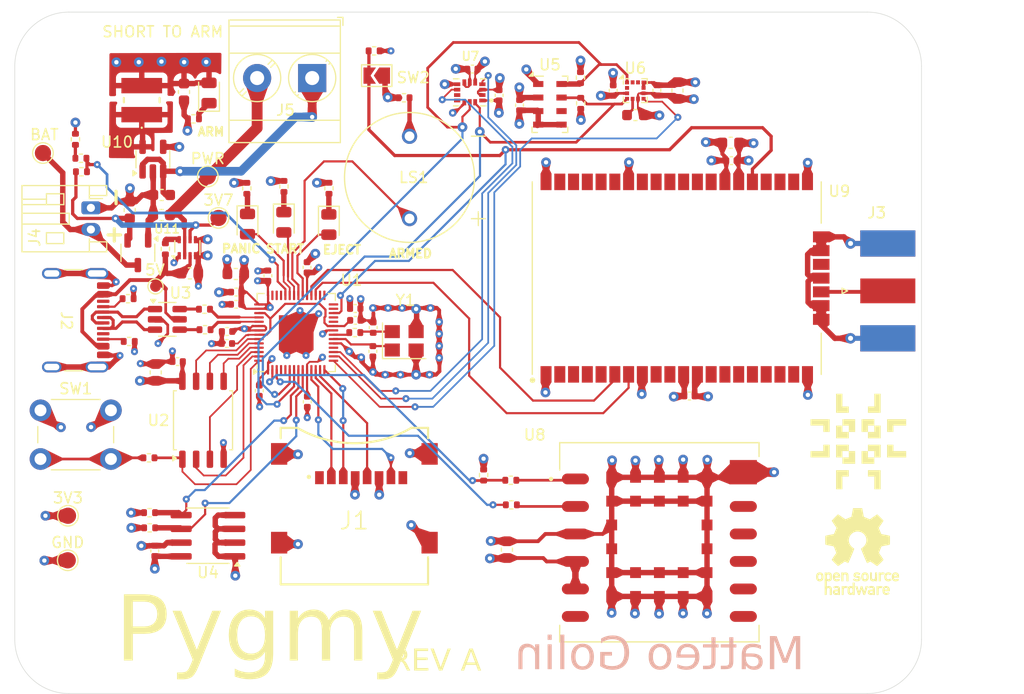
<source format=kicad_pcb>
(kicad_pcb (version 20240108) (generator "pcbnew") (generator_version "8.0")
  (layers (0 "F.Cu" signal) (1 "In1.Cu" power) (2 "In2.Cu" power) (31 "B.Cu" signal) (34 "B.Paste" user) (35 "F.Paste" user) (36 "B.SilkS" user "B.Silkscreen") (37 "F.SilkS" user "F.Silkscreen") (38 "B.Mask" user) (39 "F.Mask" user) (44 "Edge.Cuts" user))
  (net 0 "")
  (net 1 "/XIN")
  (net 2 "GND")
  (net 3 "Net-(C2-Pad1)")
  (net 4 "+3V3")
  (net 5 "+1V1")
  (net 6 "Net-(U6-C1)")
  (net 7 "/Power/PWR_SRC")
  (net 8 "+5V")
  (net 9 "/Power/REGULATOR_IN")
  (net 10 "+3V7")
  (net 11 "/PANIC")
  (net 12 "Net-(D1-K)")
  (net 13 "/STARTUP")
  (net 14 "Net-(D2-K)")
  (net 15 "Net-(D3-K)")
  (net 16 "/SD_EJECT")
  (net 17 "Net-(D4-K)")
  (net 20 "/SPI1_SCK")
  (net 21 "/SPI1_MISO")
  (net 22 "/SPI1_CS")
  (net 23 "/SPI1_MOSI")
  (net 24 "/D-")
  (net 25 "Net-(J2-CC1)")
  (net 26 "/D+")
  (net 29 "Net-(J2-CC2)")
  (net 30 "/RF/RF_SIG")
  (net 31 "/Power/NSY_OUT")
  (net 32 "/BUZZ")
  (net 33 "Net-(LS1-PadN)")
  (net 34 "RST_N")
  (net 35 "Net-(R2-Pad1)")
  (net 36 "/QSPI_SS")
  (net 37 "I2C0_SDA")
  (net 38 "I2C0_SCL")
  (net 39 "I2C1_SDA")
  (net 40 "I2C1_SCL")
  (net 41 "/MCU_D+")
  (net 42 "/MCU_D-")
  (net 43 "/XOUT")
  (net 44 "Net-(U11-ST)")
  (net 45 "/QSPI_SD2")
  (net 48 "ADC0")
  (net 51 "MCU_UART0_RX")
  (net 53 "/QSPI_SD1")
  (net 54 "/QSPI_SD3")
  (net 55 "MCU_UART0_TX")
  (net 57 "/QSPI_SCLK")
  (net 59 "MCU_UART1_RX")
  (net 60 "MCU_UART1_TX")
  (net 64 "/QSPI_SD0")
  (net 73 "Net-(U8-RXD)")
  (net 74 "Net-(U8-TXD)")
  (net 101 "/Power/BAT+")
  (net 102 "/RD+")
  (net 103 "/RD-")
  (net 104 "Net-(R22-Pad2)")
  (net 105 "MAG_INT")
  (net 106 "GYRO_INT")
  (net 107 "XL_INT")
  (footprint "Capacitor_SMD:C_0603_1608Metric" (layer "F.Cu") (at 150.27 82.67)
    (property "Reference" "C27" (hide yes))
    (property "Value" "4u7")
  )
  (footprint "LED_SMD:LED_0805_2012Metric" (layer "F.Cu") (at 102.12 78.0725 90)
    (property "Reference" "D4" (hide yes))
    (property "Value" "GREEN LED")
  )
  (footprint "Resistor_SMD:R_0402_1005Metric" (layer "F.Cu") (at 136.425 79.0225 90)
    (property "Reference" "R3" (hide yes))
    (property "Value" "2k2")
  )
  (footprint "Capacitor_SMD:C_0402_1005Metric" (layer "F.Cu") (at 106.76 105.57 -90)
    (property "Reference" "C12" (hide yes))
    (property "Value" "100n")
  )
  (footprint "LC86G:XCVR_LC86G" (layer "F.Cu") (at 143.685 119.57)
    (property "Reference" "U8")
    (property "Value" "LC86G")
  )
  (footprint "Capacitor_SMD:C_0603_1608Metric" (layer "F.Cu") (at 100.35 94.73)
    (property "Reference" "C29" (hide yes))
    (property "Value" "1u")
  )
  (footprint "Capacitor_SMD:C_0402_1005Metric" (layer "F.Cu") (at 115.625 99.07)
    (property "Reference" "C5" (hide yes))
    (property "Value" "100n")
  )
  (footprint "Connector_Coaxial:SMA_Molex_73251-1153_EdgeMount_Horizontal" (layer "F.Cu") (at 163.05 96.35 180)
    (property "Reference" "J3")
    (property "Value" "SMA_Coax")
  )
  (footprint "TestPoint:TestPoint_Pad_D1.5mm" (layer "F.Cu") (at 89.1032 117.1194)
    (property "Reference" "3V3")
    (property "Value" "TestPoint")
  )
  (footprint "MountingHole:MountingHole_3.2mm_M3" (layer "F.Cu") (at 162.88 75.6)
    (property "Reference" "H1" (hide yes))
    (property "Value" "MountingHole")
  )
  (footprint "Logos:PulsarLogo_10mm" (layer "F.Cu") (at 162.052 110.2614)
    (property "Reference" "G***" (hide yes))
    (property "Value" "LOGO" (hide yes))
  )
  (footprint "Resistor_SMD:R_0402_1005Metric" (layer "F.Cu") (at 115.5725 100.2 180)
    (property "Reference" "R9" (hide yes))
    (property "Value" "1k")
  )
  (footprint "Resistor_SMD:R_0402_1005Metric" (layer "F.Cu") (at 101.7 98.0425)
    (property "Reference" "R8" (hide yes))
    (property "Value" "27R")
  )
  (footprint "Resistor_SMD:R_0402_1005Metric" (layer "F.Cu") (at 129.975 113.84 180)
    (property "Reference" "R18" (hide yes))
    (property "Value" "1k")
  )
  (footprint "Capacitor_SMD:C_0402_1005Metric" (layer "F.Cu") (at 143.455 77.83 -90)
    (property "Reference" "C16" (hide yes))
    (property "Value" "100n")
  )
  (footprint "LED_SMD:LED_0805_2012Metric" (layer "F.Cu") (at 109.0244 90.0123 -90)
    (property "Reference" "D2" (hide yes))
    (property "Value" "GREEN LED")
  )
  (footprint "Capacitor_SMD:C_0402_1005Metric" (layer "F.Cu") (at 111.165 94.175 90)
    (property "Reference" "C15" (hide yes))
    (property "Value" "100n")
  )
  (footprint "Package_TO_SOT_SMD:SOT-23-3" (layer "F.Cu") (at 95.5525 92.83 -90)
    (property "Reference" "Q1" (hide yes))
    (property "Value" "PMOS")
  )
  (footprint "Capacitor_SMD:C_0402_1005Metric" (layer "F.Cu") (at 115.615 97.98)
    (property "Reference" "C10" (hide yes))
    (property "Value" "100n")
  )
  (footprint "Resistor_SMD:R_0402_1005Metric" (layer "F.Cu") (at 96.64 118.235)
    (property "Reference" "R6" (hide yes))
    (property "Value" "2k2")
  )
  (footprint "Package_SO:SOIC-8_5.23x5.23mm_P1.27mm" (layer "F.Cu") (at 101.565 108.3 90)
    (property "Reference" "U2")
    (property "Value" "W25Q16JVSS")
  )
  (footprint "Capacitor_SMD:C_0402_1005Metric" (layer "F.Cu") (at 104.62 97.59 180)
    (property "Reference" "C14" (hide yes))
    (property "Value" "100n")
  )
  (footprint "Capacitor_SMD:C_0402_1005Metric" (layer "F.Cu") (at 150.335 84.32)
    (property "Reference" "C25" (hide yes))
    (property "Value" "100n")
  )
  (footprint "Capacitor_SMD:C_0402_1005Metric" (layer "F.Cu") (at 117.2725 99.74 90)
    (property "Reference" "C2" (hide yes))
    (property "Value" "15p")
  )
  (footprint "Capacitor_SMD:C_0402_1005Metric" (layer "F.Cu") (at 117.2425 101.93 -90)
    (property "Reference" "C1" (hide yes))
    (property "Value" "15p")
  )
  (footprint "Capacitor_SMD:C_0402_1005Metric" (layer "F.Cu") (at 128.8975 78.2825 90)
    (property "Reference" "C24" (hide yes))
    (property "Value" "100n")
  )
  (footprint "TestPoint:TestPoint_Pad_D1.5mm" (layer "F.Cu") (at 102.0064 85.7758)
    (property "Reference" "PWR")
    (property "Value" "TestPoint")
  )
  (footprint "Capacitor_SMD:C_0402_1005Metric" (layer "F.Cu") (at 107.555 94.95 90)
    (property "Reference" "C8" (hide yes))
    (property "Value" "100n")
  )
  (footprint "Connector_JST:JST_PH_S2B-PH-K_1x02_P2.00mm_Horizontal" (layer "F.Cu") (at 91.215 88.68 -90)
    (property "Reference" "J4")
    (property "Value" "Conn_01x02")
  )
  (footprint "Capacitor_SMD:C_0402_1005Metric" (layer "F.Cu") (at 104.63 96.46 180)
    (property "Reference" "C9" (hide yes))
    (property "Value" "100n")
  )
  (footprint "TestPoint:TestPoint_Pad_D1.0mm" (layer "F.Cu") (at 97.1804 95.9358)
    (property "Reference" "5V")
    (property "Value" "TestPoint")
  )
  (footprint "Capacitor_SMD:C_0603_1608Metric" (layer "F.Cu") (at 141.475 80.11)
    (property "Reference" "C21" (hide yes))
    (property "Value" "220n")
  )
  (footprint "lsm6dso32:XDCR_LSM6DSO32TR" (layer "F.Cu") (at 126.185 78.0125 180)
    (property "Reference" "U7")
    (property "Value" "LSM6DSO32TR")
  )
  (footprint "Connector_USB:USB_C_Receptacle_GCT_USB4105-xx-A_16P_TopMnt_Horizontal" (layer "F.Cu") (at 88.675 99.06 -90)
    (property "Reference" "J2")
    (property "Value" "USB_C_Receptacle_USB2.0_16P")
  )
  (footprint "Jumper:SolderJumper-2_P1.3mm_Open_TrianglePad1.0x1.5mm" (layer "F.Cu") (at 117.601 76.4668 180)
    (property "Reference" "SW2")
    (property "Value" "SW_Push")
  )
  (footprint "Resistor_SMD:R_0402_1005Metric" (layer "F.Cu") (at 96.63 116.835)
    (property "Reference" "R5" (hide yes))
    (property "Value" "2k2")
  )
  (footprint "LPO3310-222MLC:LPO3310222MLC" (layer "F.Cu") (at 95.91 78.73 90)
    (property "Reference" "L1" (hide yes))
    (property "Value" "2u2" (hide yes))
  )
  (footprint "Capacitor_SMD:C_0603_1608Metric" (layer "F.Cu") (at 97.745 89.34 180)
    (property "Reference" "C28" (hide yes))
    (property "Value" "1u")
  )
  (footprint "RF_Module:RN2903" (layer "F.Cu") (at 145.29 95.17 -90)
    (property "Reference" "U9")
    (property "Value" "RN2903")
  )
  (footprint "Capacitor_SMD:C_0603_1608Metric" (layer "F.Cu") (at 129.615 120.25 90)
    (property "Reference" "C22" (hide yes))
    (property "Value" "4u7")
  )
  (footprint "Resistor_SMD:R_0402_1005Metric" (layer "F.Cu") (at 105.61 86.8775 90)
    (property "Reference" "R12" (hide yes))
    (property "Value" "100R")
  )
  (footprint "Capacitor_SMD:C_0402_1005Metric" (layer "F.Cu") (at 130.7775 79.195 -90)
    (property "Reference" "C20" (hide yes))
    (property "Value" "100n")
  )
  (footprint "Capacitor_SMD:C_0402_1005Metric" (layer "F.Cu") (at 126.4275 75.8625 180)
    (property "Reference" "C23" (hide yes))
    (property "Value" "100n")
  )
  (footprint "LED_SMD:LED_0805_2012Metric" (layer "F.Cu") (at 113.18 90.22 -90)
    (property "Reference" "D3" (hide yes))
    (property "Value" "GREEN LED")
  )
  (footprint "Package_TO_SOT_SMD:TSOT-23-5" (layer "F.Cu") (at 96.9375 84.18 90)
    (property "Reference" "U10")
    (property "Value" "LM3671MF")
  )
  (footprint "MountingHole:MountingHole_3.2mm_M3" (layer "F.Cu") (at 89.19 75.6)
    (property "Reference" "H4" (hide yes))
    (property "Value" "MountingHole")
  )
  (footprint "Capacitor_SMD:C_0402_1005Metric" (layer "F.Cu") (at 97.11 120.365 90)
    (property "Reference" "C19" (hide yes))
    (property "Value" "100n")
  )
  (footprint "Capacitor_SMD:C_0603_1608Metric" (layer "F.Cu") (at 94.8 88.88 90)
    (property "Reference" "C32" (hide yes))
    (property "Value" "1u")
  )
  (footprint "Package_SO:SOIC-8_3.9x4.9mm_P1.27mm" (layer "F.Cu") (at 102.02 118.965 180)
    (property "Reference" "U4")
    (property "Value" "M24C32-FMN")
  )
  (footprint "Symbol:OSHW-Logo_7.5x8mm_SilkScreen" (layer "F.Cu") (at 161.9758 120.4214)
    (property "Reference" "REF**" (hide yes))
    (property "Value" "OSHW-Logo_7.5x8mm_SilkScreen" (hide yes))
  )
  (footprint "Resistor_SMD:R_0402_1005Metric" (layer "F.Cu") (at 90.3458 85.344 180)
    (property "Reference" "R21" (hide yes))
    (property "Value" "10k")
  )
  (footprint "Package_TO_SOT_SMD:SOT-583-8" (layer "F.Cu") (at 100.12 92.36 90)
    (property "Reference" "U11")
    (property "Value" "TPS2116DRL")
  )
  (footprint "Capacitor_SMD:C_0402_1005Metric" (layer "F.Cu") (at 146.465 106.06 180)
    (property "Reference" "C26" (hide yes))
    (property "Value" "100n")
  )
  (footprint "Capacitor_SMD:C_0402_1005Metric" (layer "F.Cu") (at 103.7844 100.1014 180)
    (property "Reference" "C13" (hide yes))
    (property "Value" "100n")
  )
  (footprint "microsd:GCT_MEM2067-02-180-00-A_REVB" (layer "F.Cu") (at 115.535 116.23 180)
    (property "Reference" "J1")
    (property "Value" "MicroSD Slot")
  )
  (footprint "Package_DFN_QFN:QFN-56-1EP_7x7mm_P0.4mm_EP3.2x3.2mm" (layer "F.Cu") (at 110.1675 100.2 90)
    (property "Reference" "U1")
    (property "Value" "RP2040")
  )
  (footprint "LED_SMD:LED_0805_2012Metric" (layer "F.Cu") (at 105.67 90.1775 -90)
    (property "Reference" "D1" (hide yes))
    (property "Value" "RED LED")
  )
  (footprint "Resistor_SMD:R_0402_1005Metric" (layer "F.Cu") (at 120.1166 78.5114 180)
    (property "Reference" "R15" (hide yes))
    (property "Value" "150R")
  )
  (footprint "MountingHole:MountingHole_3.2mm_M3" (layer "F.Cu") (at 162.88 128.54)
    (property "Reference" "H2" (hide yes))
    (property "Value" "MountingHole")
  )
  (footprint "Resistor_SMD:R_0402_1005Metric" (layer "F.Cu") (at 89.789 82.3488 90)
    (property "Reference" "R23" (hide yes))
    (property "Value" "330R")
  )
  (footprint "Package_LGA:LGA-12_2x2mm_P0.5mm" (layer "F.Cu") (at 141.465 77.85)
    (property "Reference" "U6")
    (property "Value" "LIS2MDL")
  )
  (footprint "Resistor_SMD:R_0402_1005Metric" (layer "F.Cu") (at 113.19 86.87 90)
    (property "Reference" "R14" (hide yes))
    (property "Value" "68R")
  )
  (footprint "Resistor_SMD:R_0402_1005Metric" (layer "F.Cu") (at 96.575 111.77)
    (property "Reference" "R2" (hide yes))
    (property "Value" "1k")
  )
  (footprint "Capacitor_SMD:C_0402_1005Metric" (layer "F.Cu") (at 139.425 77.84 90)
    (property "Reference" "C17" (hide yes))
    (property "Value" "100n")
  )
  (footprint "Capacitor_SMD:C_0603_1608Metric" (layer "F.Cu") (at 97.2 103.88 90)
    (property "Reference" "C4" (hide yes))
    (property "Value" "2u2")
  )
  (footprint "Resistor_SMD:R_0402_1005Metric" (layer "F.Cu") (at 94.755 101.02)
    (property "Reference" "R11" (hide yes))
    (property "Value" "5k1")
  )
  (footprint "Resistor_SMD:R_0402_1005Metric" (layer "F.Cu") (at 98.09 92.47 90)
    (property "Reference" "R16" (hide yes))
    (property "Value" "10k")
  )
  (footprint "Package_TO_SOT_SMD:SOT-23-6" (layer "F.Cu") (at 98.27 98.98)
    (property "Reference" "U3")
    (property "Value" "USBLC6-2SC6")
  )
  (footprint "Capacitor_SMD:C_0603_1608Metric" (layer "F.Cu") (at 104.59 94.79 180)
    (property "Reference" "C7" (hide yes))
    (property "Value" "1u")
  )
  (footprint "Resistor_SMD:R_0402_1005Metric" (layer "F.Cu") (at 90.295 84.0994 180)
    (property "Reference" "R22" (hide yes))
    (property "Value" "33k")
  )
  (footprint "Capacitor_SMD:C_0603_1608Metric" (layer "F.Cu") (at 145.355 77.84 -90)
    (property "Reference" "C18" (hide yes))
    (property "Value" "10u")
  )
  (footprint "Capacitor_SMD:C_0603_1608Metric" (layer "F.Cu") (at 97.755 87.49 180)
    (property "Reference" "C31" (hide yes))
    (property "Value" "4u7")
  )
  (footprint "TestPoint:TestPoint_Pad_D1.5mm" (layer "F.Cu") (at 102.997 89.6112)
    (property "Reference" "3V7")
    (property "Value" "TestPoint")
  )
  (footprint "MountingHole:MountingHole_3.2mm_M3" (layer "F.Cu") (at 89.19 128.54)
    (property "Reference" "H3" (hide yes))
    (property "Value" "MountingHole")
  )
  (footprint "Capacitor_SMD:C_0402_1005Metric" (layer "F.Cu") (at 99.22 102.88 180)
    (property "Reference" "C3" (hide yes))
    (property "Value" "100n")
  )
  (footprint "Capacitor_SMD:C_0603_1608Metric" (layer "F.Cu") (at 99.81 77.975 -90)
    (property "Reference" "C30" (hide yes))
    (property "Value" "10u")
  )
  (footprint "Resistor_SMD:R_0402_1005Metric" (layer "F.Cu") (at 136.405 76.6525 -90)
    (property "Reference" "R4" (hide yes))
    (property "Value" "2k2")
  )
  (footprint "buzzer:XDCR_AI-1223-TWT-3V-2-R" (layer "F.Cu") (at 120.625 85.87 180)
    (property "Reference" "LS1")
    (property "Value" "ACTIVE BUZZER")
  )
  (footprint "Capacitor_SMD:C_0402_1005Metric" (layer "F.Cu") (at 103.7644 101.2114 180)
    (property "Reference" "C6" (hide yes))
    (property "Value" "100n")
  )
  (footprint "Resistor_SMD:R_0402_1005Metric" (layer "F.Cu") (at 100.68 80.46 180)
    (property "Reference" "R17" (hide yes))
    (property "Value" "68R")
  )
  (footprint "TerminalBlock_Phoenix:TerminalBlock_Phoenix_MKDS-3-2-5.08_1x02_P5.08mm_Horizontal" (layer "F.Cu") (at 111.64 76.69 180)
    (property "Reference" "J5")
    (property "Value" "ARM")
  )
  (footprint "TestPoint:TestPoint_Pad_D1.5mm" (layer "F.Cu") (at 89.0778 121.2342)
    (property "Reference" "GND")
    (property "Value" "TestPoint")
  )
  (footprint "Resistor_SMD:R_0402_1005Metric" (layer "F.Cu") (at 101.75 99.9325)
    (property "Reference" "R7" (hide yes))
    (property "Value" "27R")
  )
  (footprint "Resistor_SMD:R_0402_1005Metric" (layer "F.Cu") (at 109.0344 86.7023 90)
    (property "Reference" "R13" (hide yes))
    (property "Value" "68R")
  )
  (footprint "Capacitor_SMD:C_0402_1005Metric" (layer "F.Cu") (at 111.19 106.59 -90)
    (property "Reference" "C11" (hide yes))
    (property "Value" "100n")
  )
  (footprint "TestPoint:TestPoint_Pad_D1.5mm" (layer "F.Cu") (at 86.7918 83.6168)
    (property "Reference" "BAT")
    (property "Value" "TestPoint")
  )
  (footprint "Button_Switch_THT:SW_PUSH_6mm_H5mm" (layer "F.Cu") (at 86.565 107.38)
    (property "Reference" "SW1")
    (property "Value" "SW_Push")
  )
  (footprint "Resistor_SMD:R_0402_1005Metric" (layer "F.Cu") (at 117.3608 74.1808 180)
    (property "Reference" "R1" (hide yes))
    (property "Value" "10k")
  )
  (footprint "Package_LGA:LGA-8_3x5mm_P1.25mm" (layer "F.Cu") (at 133.58 79.1175)
    (property "Reference" "U5")
    (property "Value" "MS5607-02BA")
  )
  (footprint "Crystal:Crystal_SMD_3225-4Pin_3.2x2.5mm" (layer "F.Cu") (at 120.1325 100.96)
    (property "Reference" "Y1")
    (property "Value" "12MHz")
  )
  (footprint "Resistor_SMD:R_0402_1005Metric" (layer "F.Cu") (at 130.025 116.11 180)
    (property "Reference" "R19" (hide yes))
    (property "Value" "1k")
  )
  (footprint "Resistor_SMD:R_0402_1005Metric" (layer "F.Cu") (at 127.465 113.36 90)
    (property "Reference" "R20" (hide yes))
    (property "Value" "5k6")
  )
  (footprint "Resistor_SMD:R_0402_1005Metric" (layer "F.Cu") (at 94.65 97.07)
    (property "Reference" "R10" (hide yes))
    (property "Value" "5k1")
  )
  (gr_line (start 84.19 128.54) (end 84.19 75.6) (stroke (width 0.05)) (layer "Edge.Cuts"))
  (gr_line (start 167.88 75.6) (end 167.88 128.54) (stroke (width 0.05)) (layer "Edge.Cuts"))
  (gr_arc (start 162.88 70.6) (mid 166.415534 72.064466) (end 167.88 75.6) (stroke (width 0.05)) (layer "Edge.Cuts"))
  (gr_arc (start 84.19 75.6) (mid 85.654466 72.064466) (end 89.19 70.6) (stroke (width 0.05)) (layer "Edge.Cuts"))
  (gr_line (start 89.19 70.6) (end 162.88 70.6) (stroke (width 0.05)) (layer "Edge.Cuts"))
  (gr_arc (start 89.19 133.54) (mid 85.654466 132.075534) (end 84.19 128.54) (stroke (width 0.05)) (layer "Edge.Cuts"))
  (gr_line (start 162.88 133.54) (end 89.19 133.54) (stroke (width 0.05)) (layer "Edge.Cuts"))
  (gr_arc (start 167.88 128.54) (mid 166.415534 132.075534) (end 162.88 133.54) (stroke (width 0.05)) (layer "Edge.Cuts"))
  (gr_text "Matteo Golin" (at 157.099 131.8006 0) (layer "B.SilkS") (effects (font (size 3 3) (thickness 0.1)) (justify left bottom mirror)))
  (gr_text "-" (at 94.3102 88.8492 90) (layer "F.SilkS") (effects (font (size 1.5 1.5) (thickness 0.3) (bold yes)) (justify left bottom)))
  (gr_text "ARMED" (at 118.618 93.3704 0) (layer "F.SilkS") (effects (font (size 0.8 0.8) (thickness 0.2) (bold yes)) (justify left bottom)))
  (gr_text "Pygmy" (at 93.44 131.51 0) (layer "F.SilkS") (effects (font (size 6 6) (thickness 0.75) (italic yes)) (justify left bottom)))
  (gr_text "START" (at 107.2642 92.9386 0) (layer "F.SilkS") (effects (font (size 0.8 0.8) (thickness 0.2) (bold yes)) (justify left bottom)))
  (gr_text "REV A" (at 118.83 131.76 0) (layer "F.SilkS") (effects (font (size 2 2) (thickness 0.1) (italic yes)) (justify left bottom)))
  (gr_text "SHORT TO ARM" (at 92.1766 72.9996 0) (layer "F.SilkS") (effects (font (size 1 1)) (justify left bottom)))
  (gr_text "ARM" (at 100.965 82.1182 0) (layer "F.SilkS") (effects (font (size 0.8 0.8) (thickness 0.2) (bold yes)) (justify left bottom)))
  (gr_text "PANIC" (at 103.2002 92.9132 0) (layer "F.SilkS") (effects (font (size 0.8 0.8) (thickness 0.2) (bold yes)) (justify left bottom)))
  (gr_text "+" (at 92.2528 91.948 0) (layer "F.SilkS") (effects (font (size 1.5 1.5) (thickness 0.3) (bold yes)) (justify left bottom)))
  (gr_text "EJECT" (at 112.522 93.0148 0) (layer "F.SilkS") (effects (font (size 0.8 0.8) (thickness 0.2) (bold yes)) (justify left bottom)))
  (segment (start 117.0877 101.2952) (end 117.2425 101.45) (width 0.2) (layer "F.Cu") (net 1))
  (segment (start 117.2425 101.45) (end 118.6725 101.45) (width 0.2) (layer "F.Cu") (net 1))
  (segment (start 113.605 100.8) (end 114.723576 100.8) (width 0.2) (layer "F.Cu") (net 1))
  (segment (start 115.218776 101.2952) (end 117.0877 101.2952) (width 0.2) (layer "F.Cu") (net 1))
  (segment (start 114.723576 100.8) (end 115.218776 101.2952) (width 0.2) (layer "F.Cu") (net 1))
  (segment (start 118.6725 101.45) (end 119.0325 101.81) (width 0.2) (layer "F.Cu") (net 1))
  (segment (start 127.465 112.85) (end 127.465 111.855) (width 0.5) (layer "F.Cu") (net 2))
  (segment (start 145.01 106.12) (end 145.09 106.06) (width 0.5) (layer "F.Cu") (net 2))
  (segment (start 104.495 120.87) (end 103.01 120.87) (width 0.5) (layer "F.Cu") (net 2))
  (segment (start 125.9475 75.8625) (end 124.9125 75.8625) (width 0.5) (layer "F.Cu") (net 2))
  (segment (start 103.79 93.43) (end 103.79 94.765) (width 0.5) (layer "F.Cu") (net 2))
  (segment (start 102.695 118.055) (end 102.695 117.325) (width 0.5) (layer "F.Cu") (net 2))
  (segment (start 109.2962 101.0713) (end 110.1675 100.2) (width 0.2) (layer "F.Cu") (net 2))
  (segment (start 101.14 94.745) (end 101.125 94.73) (width 0.2) (layer "F.Cu") (net 2))
  (segment (start 150.825 84.31) (end 150.815 84.32) (width 0.35) (layer "F.Cu") (net 2))
  (segment (start 87.6 103.38) (end 91.78 103.38) (width 0.5) (layer "F.Cu") (net 2))
  (segment (start 145.09 106.06) (end 145.15 106.06) (width 0.5) (layer "F.Cu") (net 2))
  (segment (start 152.38 82.71) (end 151.085 82.71) (width 0.5) (layer "F.Cu") (net 2))
  (segment (start 95.15 96.14) (end 95.12 96.14) (width 0.35) (layer "F.Cu") (net 2))
  (segment (start 139.425 76.235) (end 139.41 76.22) (width 0.5) (layer "F.Cu") (net 2))
  (segment (start 158.625 92.63) (end 158.625 91.36) (width 0.5) (layer "F.Cu") (net 2))
  (segment (start 95.825 103.105) (end 95.78 103.06) (width 0.35) (layer "F.Cu") (net 2))
  (segment (start 111.0742 101.1067) (end 110.1675 100.2) (width 0.2) (layer "F.Cu") (net 2))
  (segment (start 101.26 91.94) (end 101.26 92.71) (width 0.3) (layer "F.Cu") (net 2))
  (segment (start 94.8 88.105) (end 94.8 86.8862) (width 0.5) (layer "F.Cu") (net 2))
  (segment (start 107.515 94.51) (end 107.555 94.47) (width 0.2) (layer "F.Cu") (net 2))
  (segment (start 103.45 111.88) (end 103.47 111.9) (width 0.2) (layer "F.Cu") (net 2))
  (segment (start 98.31 99.495001) (end 98.31 100.31) (width 0.25) (layer "F.Cu") (net 2))
  (segment (start 91.23 108.93) (end 91.515 108.93) (width 0.5) (layer "F.Cu") (net 2))
  (segment (start 103.45 110.36) (end 103.45 111.88) (width 0.35) (layer "F.Cu") (net 2))
  (segment (start 97.1325 98.98) (end 97.794999 98.98) (width 0.25) (layer "F.Cu") (net 2))
  (segment (start 141.43 126.15) (end 141.43 124.625) (width 0.5) (layer "F.Cu") (net 2))
  (segment (start 118.364 76.5048) (end 118.326 76.4668) (width 0.5) (layer "F.Cu") (net 2))
  (segment (start 101.14 95.95) (end 101.14 95.91) (width 0.2) (layer "F.Cu") (net 2))
  (segment (start 122.415 111.34) (end 122.48 111.405) (width 0.5) (layer "F.Cu") (net 2))
  (segment (start 148.11 113.545) (end 148.085 113.57) (width 0.5) (layer "F.Cu") (net 2))
  (segment (start 118.6432 97.9286) (end 117.2432 97.9286) (width 0.35) (layer "F.Cu") (net 2))
  (segment (start 104.14 96.47) (end 104.15 96.46) (width 0.2) (layer "F.Cu") (net 2))
  (segment (start 141.715 78.19) (end 141.805 78.1) (width 0.16) (layer "F.Cu") (net 2))
  (segment (start 93.55 95.52) (end 93.2 95.87) (width 0.25) (layer "F.Cu") (net 2))
  (segment (start 109.0344 86.1923) (end 107.8269 86.1923) (width 0.5) (layer "F.Cu") (net 2))
  (segment (start 118.364 78.2202) (end 118.364 76.5048) (width 0.5) (layer "F.Cu") (net 2))
  (segment (start 123.363358 98.141158) (end 123.1392 97.917) (width 0.35) (layer "F.Cu") (net 2))
  (segment (start 117.25 103.8392) (end 117.5 104.0892) (width 0.35) (layer "F.Cu") (net 2))
  (segment (start 93.12 88.68) (end 93.695 88.105) (width 0.5) (layer "F.Cu") (net 2))
  (segment (start 101.14 95.91) (end 101.14 94.745) (width 0.5) (layer "F.Cu") (net 2))
  (segment (start 91.78 103.38) (end 92.84 103.38) (width 0.5) (layer "F.Cu") (net 2))
  (segment (start 97.2 103.105) (end 95.825 103.105) (width 0.35) (layer "F.Cu") (net 2))
  (segment (start 143.455 78.31) (end 145.05 78.31) (width 0.5) (layer "F.Cu") (net 2))
  (segment (start 121.28 100.0625) (end 121.2325 100.11) (width 0.2) (layer "F.Cu") (net 2))
  (segment (start 96.595 119.895) (end 96.605 119.885) (width 0.5) (layer "F.Cu") (net 2))
  (segment (start 141.478 112.014) (end 141.485 112.021) (width 0.5) (layer "F.Cu") (net 2))
  (segment (start 132.505 80.9925) (end 132.505 79.7425) (width 0.5) (layer "F.Cu") (net 2))
  (segment (start 139.285 122.37) (end 148.085 122.37) (width 0.5) (layer "F.Cu") (net 2))
  (segment (start 91.78 94.74) (end 92.77 94.74) (width 0.5) (layer "F.Cu") (net 2))
  (segment (start 118.6152 78.4714) (end 118.364 78.2202) (width 0.5) (layer "F.Cu") (net 2))
  (segment (start 97.415 101.205) (end 97.36 101.26) (width 0.25) (layer "F.Cu") (net 2))
  (segment (start 119.9332 97.9286) (end 118.6432 97.9286) (width 0.35) (layer "F.Cu") (net 2))
  (segment (start 133.17 105.73) (end 133.17 104.115) (width 0.5) (layer "F.Cu") (net 2))
  (segment (start 145.88 113.565) (end 145.885 113.57) (width 0.5) (layer "F.Cu") (net 2))
  (segment (start 157.725 97.71) (end 158.625 97.71) (width 0.5) (layer "F.Cu") (net 2))
  (segment (start 141.805 78.1) (end 142.2275 78.1) (width 0.16) (layer "F.Cu") (net 2))
  (segment (start 151.04 82.675) (end 151.045 82.67) (width 0.35) (layer "F.Cu") (net 2))
  (segment (start 95.16 97.07) (end 95.16 96.18) (width 0.35) (layer "F.Cu") (net 2))
  (segment (start 157.355 86.28) (end 157.355 84.535) (width 0.5) (layer "F.Cu") (net 2))
  (segment (start 93.09 95.87) (end 93.08 95.86) (width 0.25) (layer "F.Cu") (net 2))
  (segment (start 103.2844 101.2114) (end 102.3644 101.2114) (width 0.35) (layer "F.Cu") (net 2))
  (segment (start 116.17 102.8858) (end 116.17 102.48) (width 0.35) (layer "F.Cu") (net 2))
  (segment (start 98.74 102.88) (end 97.425 102.88) (width 0.35) (layer "F.Cu") (net 2))
  (segment (start 121.23 104.0892) (end 121.23 102.3717) (width 0.5) (layer "F.Cu") (net 2))
  (segment (start 122.47 104.0892) (end 123.074619 104.0892) (width 0.35) (layer "F.Cu") (net 2))
  (segment (start 117.29 99.2425) (end 117.2725 99.26) (width 0.2) (layer "F.Cu") (net 2))
  (segment (start 102.96 117.06) (end 104.495 117.06) (width 0.5) (layer "F.Cu") (net 2))
  (segment (start 98.88 93.59) (end 99.37 93.1) (width 0.3) (layer "F.Cu") (net 2))
  (segment (start 123.363358 102.536061) (end 123.363358 101.426061) (width 0.35) (layer "F.Cu") (net 2))
  (segment (start 96.97 89.34) (end 96.97 85.35) (width 0.5) (layer "F.Cu") (net 2))
  (segment (start 134.655 80.9925) (end 132.505 80.9925) (width 0.5) (layer "F.Cu") (net 2))
  (segment (start 96.97 85.35) (end 96.9375 85.3175) (width 0.5) (layer "F.Cu") (net 2))
  (segment (start 89.0524 121.2596) (end 89.0778 121.2342) (width 0.5) (layer "F.Cu") (net 2))
  (segment (start 141.7 78.6275) (end 141.7 79.56) (width 0.16) (layer "F.Cu") (net 2))
  (segment (start 102.695 117.325) (end 102.96 117.06) (width 0.5) (layer "F.Cu") (net 2))
  (segment (start 104.495 119.6) (end 103.01 119.6) (width 0.5) (layer "F.Cu") (net 2))
  (segment (start 127.1025 78.2625) (end 127.3475 78.2625) (width 0.16) (layer "F.Cu") (net 2))
  (segment (start 95.16 96.18) (end 95.15 96.17) (width 0.35) (layer "F.Cu") (net 2))
  (segment (start 157.37 92.985) (end 157.725 92.63) (width 0.5) (layer "F.Cu") (net 2))
  (segment (start 102 93.08) (end 100.89 93.08) (width 0.3) (layer "F.Cu") (net 2))
  (segment (start 97.425 102.88) (end 97.2 103.105) (width 0.35) (layer "F.Cu") (net 2))
  (segment (start 143.66 126.17) (end 143.66 124.595) (width 0.5) (layer "F.Cu") (net 2))
  (segment (start 97.965 119.885) (end 98.25 119.6) (width 0.5) (layer "F.Cu") (net 2))
  (segment (start 95.24 101.045) (end 95.265 101.02) (width 0.35) (layer "F.Cu") (net 2))
  (segment (start 92.84 103.38) (end 93.9 102.32) (width 0.5) (layer "F.Cu") (net 2))
  (segment (start 102.675 119.755) (end 102.83 119.6) (width 0.5) (layer "F.Cu") (net 2))
  (segment (start 139.32 113.535) (end 139.285 113.57) (width 0.5) (layer "F.Cu") (net 2))
  (segment (start 112.2426 98.4504) (end 110.493 100.2) (width 0.2) (layer "F.Cu") (net 2))
  (segment (start 143.63 111.96) (end 143.63 113.515) (width 0.5) (layer "F.Cu") (net 2))
  (segment (start 123.386358 102.559061) (end 123.363358 102.536061) (width 0.35) (layer "F.Cu") (net 2))
  (segment (start 95.865 119.895) (end 96.595 119.895) (width 0.5) (layer "F.Cu") (net 2))
  (segment (start 142.06 105.88) (end 142.06 104.115) (width 0.5) (layer "F.Cu") (net 2))
  (segment (start 91.215 88.68) (end 93.12 88.68) (width 0.5) (layer "F.Cu") (net 2))
  (segment (start 121.23 101.8125) (end 121.2325 101.81) (width 0.2) (layer "F.Cu") (net 2))
  (segment (start 123.386358 103.777461) (end 123.386358 102.559061) (width 0.35) (layer "F.Cu") (net 2))
  (segment (start 130.7775 79.675) (end 132.4375 79.675) (width 0.5) (layer "F.Cu") (net 2))
  (segment (start 116.105 97.105) (end 116.12 97.09) (width 0.2) (layer "F.Cu") (net 2))
  (segment (start 100.9 91.59) (end 100.87 91.62) (width 0.3) (layer "F.Cu") (net 2))
  (segment (start 126.05 77.52) (end 126.185 77.385) (width 0.16) (layer "F.Cu") (net 2))
  (segment (start 139.425 77.36) (end 139.425 76.235) (width 0.5) (layer "F.Cu") (net 2))
  (segment (start 143.66 124.595) (end 143.685 124.57) (width 0.5) (layer "F.Cu") (net 2))
  (segment (start 143.63 113.515) (end 143.685 113.57) (width 0.5) (layer "F.Cu") (net 2))
  (segment (start 157.37 94.815) (end 157.37 92.985) (width 0.5) (layer "F.Cu") (net 2))
  (segment (start 127.3475 77.7625) (end 127.1075 77.7625) (width 0.16) (layer "F.Cu") (net 2))
  (segment (start 118.38 104.0892) (end 119.78 104.0892) (width 0.35) (layer "F.Cu") (net 2))
  (segment (start 104.495 118.33) (end 103.13 118.33) (width 0.5) (layer "F.Cu") (net 2))
  (segment (start 135.935 118.8) (end 138.455 118.8) (width 0.35) (layer "F.Cu") (net 2))
  (segment (start 119.78 104.0892) (end 122.47 104.0892) (width 0.35) (layer "F.Cu") (net 2))
  (segment (start 102.53 101.15) (end 102.53 101.16) (width 0.35) (layer "F.Cu") (net 2))
  (segment (start 158.625 98.98) (end 158.625 99.475) (width 0.5) (layer "F.Cu") (net 2))
  (segment (start 125.685 77.375) (end 125.83 77.52) (width 0.16) (layer "F.Cu") (net 2))
  (segment (start 143.245 78.1) (end 143.455 78.31) (width 0.25) (layer "F.Cu") (net 2))
  (segment (start 91.515 108.93) (end 93.065 107.38) (width 0.5) (layer "F.Cu") (net 2))
  (segment (start 122.48 119.605) (end 122.405 119.605) (width 0.5) (layer "F.Cu") (net 2))
  (segment (start 117.5 104.0892) (end 118.38 104.0892) (width 0.35) (layer "F.Cu") (net 2))
  (segment (start 134.62 81.0275) (end 134.655 80.9925) (width 0.5) (layer "F.Cu") (net 2))
  (segment (start 93.2 95.87) (end 93.09 95.87) (width 0.25) (layer "F.Cu") (net 2))
  (segment (start 122.5532 97.9286) (end 122.6932 97.9286) (width 0.35) (layer "F.Cu") (net 2))
  (segment (start 128.8975 77.8025) (end 128.8975 76.7525) (width 0.5) (layer "F.Cu") (net 2))
  (segment (start 103.23 97.6) (end 103.32 97.6) (width 0.2) (layer "F.Cu") (net 2))
  (segment (start 101.26 92.71) (end 100.87 93.1) (width 0.3) (layer "F.Cu") (net 2))
  (segment (start 102.97 118.33) (end 104.495 118.33) (width 0.5) (layer "F.Cu") (net 2))
  (segment (start 117.29 98.4) (end 117.29 99.2425) (width 0.35) (layer "F.Cu") (net 2))
  (segment (start 102.97 118.33) (end 102.695 118.055) (width 0.5) (layer "F.Cu") (net 2))
  (segment (start 141.715 78.6125) (end 141.715 78.19) (width 0.16) (layer "F.Cu") (net 2))
  (segment (start 127.3475 77.7625) (end 128.8575 77.7625) (width 0.16) (layer "F.Cu") (net 2))
  (segment (start 102.55 101.14) (end 102.54 101.15) (width 0.35) (layer "F.Cu") (net 2))
  (segment (start 102.53 101.16) (end 102.54 101.15) (width 0.35) (layer "F.Cu") (net 2))
  (segment (start 92.77 94.74) (end 93.55 95.52) (width 0.5) (layer "F.Cu") (net 2))
  (segment (start 103.01 119.6) (end 102.705 119.295) (width 0.5) (layer "F.Cu") (net 2))
  (segment (start 141.485 112.021) (end 141.485 113.57) (width 0.5) (layer "F.Cu") (net 2))
  (segment (start 145.87 126.14) (end 145.87 124.585) (width 0.5) (layer "F.Cu") (net 2))
  (segment (start 101.125 94.73) (end 101.125 93.315) (width 0.5) (layer "F.Cu") (net 2))
  (segment (start 89.789 81.8388) (end 89.789 80.7974) (width 0.3) (layer "F.Cu") (net 2))
  (segment (start 160.72 91.36) (end 161.33 91.97) (width 0.5) (layer "F.Cu") (net 2))
  (segment (start 145.88 111.93) (end 145.88 113.565) (width 0.5) (layer "F.Cu") (net 2))
  (segment (start 112.08 86.36) (end 113.19 86.36) (width 0.5) (layer "F.Cu") (net 2))
  (segment (start 120.64 111.34) (end 122.415 111.34) (width 0.5) (layer "F.Cu") (net 2))
  (segment (start 145.21 106.06) (end 145.01 106.12) (width 0.5) (layer "F.Cu") (net 2))
  (segment (start 151.93 84.31) (end 150.825 84.31) (width 0.5) (layer "F.Cu") (net 2))
  (segment (start 117.25 103.8392) (end 117.1234 103.8392) (width 0.35) (layer "F.Cu") (net 2))
  (segment (start 142.06 104.115) (end 142.115 104.06) (width 0.5) (layer "F.Cu") (net 2))
  (segment (start 126.185 77.1) (end 126.185 76.1) (width 0.16) (layer "F.Cu") (net 2))
  (segment (start 110.5154 99.8521) (end 110.1675 100.2) (width 0.2) (layer "F.Cu") (net 2))
  (segment (start 145.985 104.12) (end 145.925 104.06) (width 0.2) (layer "F.Cu") (net 2))
  (segment (start 107.8269 86.1923) (end 107.8144 86.2048) (width 0.5) (layer "F.Cu") (net 2))
  (segment (start 95.97 87.49) (end 96.98 87.49) (width 0.5) (layer "F.Cu") (net 2))
  (segment (start 98.74 102.88) (end 98.74 101.9) (width 0.35) (layer "F.Cu") (net 2))
  (segment (start 103.795 94.81) (end 103.815 94.79) (width 0.2) (layer "F.Cu") (net 2))
  (segment (start 128.8575 77.7625) (end 128.8975 77.8025) (width 0.16) (layer "F.Cu") (net 2))
  (segment (start 101.125 93.315) (end 101.04 93.23) (width 0.5) (layer "F.Cu") (net 2))
  (segment (start 154.28 113.1) (end 151.44 113.1) (width 0.8) (layer "F.Cu") (net 2))
  (segment (start 88.45 108.95) (end 88.135 108.95) (width 0.5) (layer "F.Cu") (net 2))
  (segment (start 103.04 96.48) (end 103.05 96.47) (width 0.3) (layer "F.Cu") (net 2))
  (segment (start 102.675 120.535) (end 102.675 119.755) (width 0.5) (layer "F.Cu") (net 2))
  (segment (start 123.363358 99.216061) (end 123.363358 98.141158) (width 0.35) (layer "F.Cu") (net 2))
  (segment (start 157.725 95.17) (end 157.413 95.482) (width 0.5) (layer "F.Cu") (net 2))
  (segment (start 111.0742 102.3112) (end 111.0742 101.1067) (width 0.2) (layer "F.Cu") (net 2))
  (segment (start 141.7 79.56) (end 142.25 80.11) (width 0.16) (layer "F.Cu") (net 2))
  (segment (start 99.82 80.11) (end 99.82 78.76) (width 0.5) (layer "F.Cu") (net 2))
  (segment (start 98.88 93.75) (end 98.88 93.59) (width 0.3) (layer "F.Cu") (net 2))
  (segment (start 145.05 78.31) (end 145.355 78.615) (width 0.5) (layer "F.Cu") (net 2))
  (segment (start 102.83 119.6) (end 104.495 119.6) (width 0.5) (layer "F.Cu") (net 2))
  (segment (start 129.59 119.45) (end 129.615 119.475) (width 0.35) (layer "F.Cu") (net 2))
  (segment (start 93.695 88.105) (end 94.8 88.105) (width 0.5) (layer "F.Cu") (net 2))
  (segment (start 104.4325 86.3675) (end 104.43 86.37) (width 0.5) (layer "F.Cu") (net 2))
  (segment (start 141.715 78.6125) (end 141.7 78.6275) (width 0.16) (layer "F.Cu") (net 2))
  (segment (start 148.11 111.95) (end 148.11 113.545) (width 0.5) (layer "F.Cu") (net 2))
  (segment (start 157.413 95.482) (end 157.413 97.398) (width 0.5) (layer "F.Cu") (net 2))
  (segment (start 102.705 118.595) (end 102.97 118.33) (width 0.5) (layer "F.Cu") (net 2))
  (segment (start 151.005 84.51) (end 150.815 84.32) (width 0.35) (layer "F.Cu") (net 2))
  (segment (start 145.87 124.585) (end 145.885 124.57) (width 0.5) (layer "F.Cu") (net 2))
  (segment (start 100.94 91.62) (end 101.26 91.94) (width 0.3) (layer "F.Cu") (net 2))
  (segment (start 103.49 101.12) (end 103.47 101.14) (width 0.35) (layer "F.Cu") (net 2))
  (segment (start 132.43 81.0675) (end 132.505 80.9925) (width 0.5) (layer "F.Cu") (net 2))
  (segment (start 111.93 92.92) (end 111.16 93.69) (width 0.5) (layer "F.Cu") (net 2))
  (segment (start 96.5025 89.8075) (end 96.97 89.34) (width 0.5) (layer "F.Cu") (net 2))
  (segment (start 157.413 97.398) (end 157.725 97.71) (width 0.5) (layer "F.Cu") (net 2))
  (segment (start 128.8975 76.7525) (end 128.96 76.69) (width 0.5) (layer "F.Cu") (net 2))
  (segment (start 97.794999 98.98) (end 98.31 99.495001) (width 0.25) (layer "F.Cu") (net 2))
  (segment (start 93.9 102.32) (end 92.415 102.32) (width 0.35) (layer "F.Cu") (net 2))
  (segment (start 139.285 124.57) (end 139.285 113.57) (width 0.5) (layer "F.Cu") (net 2))
  (segment (start 119.7102 78.5114) (end 118.6552 78.5114) (width 0.5) (layer "F.Cu") (net 2))
  (segment (start 133.16 118.8) (end 135.935 118.8) (width 0.35) (layer "F.Cu") (net 2))
  (segment (start 130.76 80.92) (end 130.76 79.6925) (width 0.5) (layer "F.Cu") (net 2))
  (segment (start 142.28 80.14) (end 142.25 80.11) (width 0.5) (layer "F.Cu") (net 2))
  (segment (start 100.17 80.46) (end 99.82 80.11) (width 0.5) (layer "F.Cu") (net 2))
  (segment (start 106.62 94.51) (end 107.515 94.51) (width 0.4) (layer "F.Cu") (net 2))
  (segment (start 95.355 88.105) (end 95.97 87.49) (width 0.5) (layer "F.Cu") (net 2))
  (segment (start 158.625 99.475) (end 159.88 100.73) (width 0.5) (layer "F.Cu") (net 2))
  (segment (start 110.493 100.2) (end 110.1675 100.2) (width 0.2) (layer "F.Cu") (net 2))
  (segment (start 126.93 78.09) (end 127.1025 78.2625) (width 0.16) (layer "F.Cu") (net 2))
  (segment (start 139.28 124.575) (end 139.285 124.57) (width 0.5) (layer "F.Cu") (net 2))
  (segment (start 104.545 122.655) (end 104.545 120.92) (width 0.5) (layer "F.Cu") (net 2))
  (segment (start 122.5648 97.917) (end 122.5532 97.9286) (width 0.35) (layer "F.Cu") (net 2))
  (segment (start 97.11 119.885) (end 97.965 119.885) (width 0.5) (layer "F.Cu") (net 2))
  (segment (start 103.3044 100.1014) (end 103.3044 101.1914) (width 0.35) (layer "F.Cu") (net 2))
  (segment (start 132.485 119.475) (end 133.16 118.8) (width 0.35) (layer "F.Cu") (net 2))
  (segment (start 116.105 99.07) (end 117.0825 99.07) (width 0.2) (layer "F.Cu") (net 2))
  (segment (start 145.985 106.06) (end 145.21 106.06) (width 0.5) (layer "F.Cu") (net 2))
  (segment (start 151.005 86.28) (end 151.005 84.51) (width 0.35) (layer "F.Cu") (net 2))
  (segment (start 102 91.59) (end 100.9 91.59) (width 0.3) (layer "F.Cu") (net 2))
  (segment (start 124.9125 75.8625) (end 124.89 75.84) (width 0.5) (layer "F.Cu") (net 2))
  (segment (start 158.625 91.36) (end 160.72 91.36) (width 0.5) (layer "F.Cu") (net 2))
  (segment (start 151.44 113.1) (end 151.435 113.095) (width 0.5) (layer "F.Cu") (net 2))
  (segment (start 100.17 81.5162) (end 100.1268 81.5594) (width 0.5) (layer "F.Cu") (net 2))
  (segment (start 95.15 96.17) (end 95.15 96.14) (width 0.35) (layer "F.Cu") (net 2))
  (segment (start 96.5025 91.6925) (end 96.5025 89.8075) (width 0.5) (layer "F.Cu") (net 2))
  (segment (start 157.725 92.63) (end 158.625 92.63) (width 0.5) (layer "F.Cu") (net 2))
  (segment (start 91.78 94.74) (end 87.6 94.74) (width 0.5) (layer "F.Cu") (net 2))
  (segment (start 108.725 119.74) (end 108.59 119.605) (width 0.5) (layer "F.Cu") (net 2))
  (segment (start 122.5532 97.9286) (end 119.9332 97.9286) (width 0.35) (layer "F.Cu") (net 2))
  (segment (start 116.17 102.48) (end 115.6 102.48) (width 0.35) (layer "F.Cu") (net 2))
  (segment (start 126.185 77.385) (end 126.185 77.1) (width 0.16) (layer "F.Cu") (net 2))
  (segment (start 98.31 100.31) (end 97.415 101.205) (width 0.25) (layer "F.Cu") (net 2))
  (segment (start 139.285 113.57) (end 148.085 113.57) (width 0.5) (layer "F.Cu") (net 2))
  (segment (start 111.93 92.91) (end 111.93 92.92) (width 0.5) (layer "F.Cu") (net 2))
  (segment (start 148.085 115.77) (end 139.285 115.77) (width 0.5) (layer "F.Cu") (net 2))
  (segment (start 117.1234 103.8392) (end 116.17 102.8858) (width 0.35) (layer "F.Cu") (net 2))
  (segment (start 117.25 103.8392) (end 117.25 102.4175) (width 0.35) (layer "F.Cu") (net 2))
  (segment (start 157.725 95.17) (end 157.37 94.815) (width 0.5) (layer "F.Cu") (net 2))
  (segment (start 121.28 98.49) (end 121.28 100.0625) (width 0.5) (layer "F.Cu") (net 2))
  (segment (start 151.04 84.095) (end 151.04 82.675) (width 0.35) (layer "F.Cu") (net 2))
  (segment (start 99.82 78.76) (end 99.81 78.75) (width 0.5) (layer "F.Cu") (net 2))
  (segment (start 138.455 118.8) (end 139.285 117.97) (width 0.35) (layer "F.Cu") (net 2))
  (segment (start 109.2962 102.3112) (end 109.2962 101.0713) (width 0.2) (layer "F.Cu") (net 2))
  (segment (start 132.4375 79.675) (end 132.505 79.7425) (width 0.5) (layer "F.Cu") (net 2))
  (segment (start 100.87 91.62) (end 100.94 91.62) (width 0.3) (layer "F.Cu") (net 2))
  (segment (start 128.12 119.45) (end 129.59 119.45) (width 0.5) (layer "F.Cu") (net 2))
  (segment (start 102.54 101.15) (end 102.53 101.15) (width 0.35) (layer "F.Cu") (net 2))
  (segment (start 150.96 113.57) (end 151.435 113.095) (width 0.5) (layer "F.Cu") (net 2))
  (segment (start 123.074619 104.0892) (end 123.386358 103.777461) (width 0.35) (layer "F.Cu") (net 2))
  (segment (start 157.355 84.535) (end 157.38 84.51) (width 0.5) (layer "F.Cu") (net 2))
  (segment (start 148.08 126.15) (end 148.08 124.575) (width 0.5) (layer "F.Cu") (net 2))
  (segment (start 111.185 108.06) (end 111.185 107.075) (width 0.2) (layer "F.Cu") (net 2))
  (segment (start 104.13 97.6) (end 104.14 97.59) (width 0.2) (layer "F.Cu") (net 2))
  (segment (start 145.985 106.06) (end 145.985 104.12) (width 0.5) (layer "F.Cu") (net 2))
  (segment (start 148.085 124.57) (end 139.285 124.57) (width 0.5) (layer "F.Cu") (net 2))
  (segment (start 140.845 86.28) (end 140.845 84.505) (width 0.5) (layer "F.Cu") (net 2))
  (segment (start 128.145 119.475) (end 128.12 119.45) (width 0.35) (layer "F.Cu") (net 2))
  (segment (start 157.39 104.095) (end 157.355 104.06) (width 0.5) (layer "F.Cu") (net 2))
  (segment (start 113.605 101.2) (end 114.32 101.2) (width 0.2) (layer "F.Cu") (net 2))
  (segment (start 139.28 126.09) (end 139.28 124.575) (width 0.5) (layer "F.Cu") (net 2))
  (segment (start 123.1392 97.917) (end 122.5648 97.917) (width 0.35) (layer "F.Cu") (net 2))
  (segment (start 139.32 112) (end 139.32 113.535) (width 0.5) (layer "F.Cu") (net 2))
  (segment (start 95.12 96.14) (end 95.15 96.17) (width 0.35) (layer "F.Cu") (net 2))
  (segment (start 142.2275 78.1) (end 143.245 78.1) (width 0.25) (layer "F.Cu") (net 2))
  (segment (start 88.135 108.95) (end 86.565 107.38) (width 0.5) (layer "F.Cu") (net 2))
  (segment (start 146.845 78.615) (end 146.87 78.64) (width 0.5) (layer "F.Cu") (net 2))
  (segment (start 148.085 113.57) (end 150.96 113.57) (width 0.5) (layer "F.Cu") (net 2))
  (segment (start 158.625 98.98) (end 158.625 97.71) (width 0.5) (layer "F.Cu") (net 2))
  (segment (start 117.83 115.18) (end 117.83 113.625) (width 0.5) (layer "F.Cu") (net 2))
  (segment (start 93.08 95.86) (end 92.355 95.86) (width 0.25) (layer "F.Cu") (net 2))
  (segment (start 129.615 119.475) (end 132.485 119.475) (width 0.35) (layer "F.Cu") (net 2))
  (segment (start 94.8 86.8862) (end 94.8182 86.868) (width 0.5) (layer "F.Cu") (net 2))
  (segment (start 114.32 101.2) (end 115.06 101.94) (width 0.2) (layer "F.Cu") (net 2))
  (segment (start 102.705 119.295) (end 102.705 118.595) (width 0.5) (layer "F.Cu") (net 2))
  (segment (start 98.25 119.6) (end 99.545 119.6) (width 0.5) (layer "F.Cu") (net 2))
  (segment (start 108.635 111.45) (end 108.59 111.405) (width 0.5) (layer "F.Cu") (net 2))
  (segment (start 117.0825 99.07) (end 117.2725 99.26) (width 0.2) (layer "F.Cu") (net 2))
  (segment (start 157.39 105.96) (end 157.39 104.095) (width 0.5) (layer "F.Cu") (net 2))
  (segment (start 96.605 119.885) (end 97.11 119.885) (width 0.5) (layer "F.Cu") (net 2))
  (segment (start 106.57 94.51) (end 106.62 94.51) (width 0.2) (layer "F.Cu") (net 2))
  (segment (start 110.5154 98.171) (end 110.5154 99.8521) (width 0.2) (layer "F.Cu") (net 2))
  (segment (start 126.185 76.1) (end 125.9475 75.8625) (width 0.16) (layer "F.Cu") (net 2))
  (segment (start 117.25 102.4175) (end 117.2425 102.41) (width 0.2) (layer "F.Cu") (net 2))
  (segment (start 116.105 99.07) (end 116.105 97.105) (width 0.35) (layer "F.Cu") (net 2))
  (segment (start 150.815 84.32) (end 151.04 84.095) (width 0.35) (layer "F.Cu") (net 2))
  (segment (start 123.363358 101.426061) (end 123.363358 100.316061) (width 0.35) (layer "F.Cu") (net 2))
  (segment (start 100.17 80.46) (end 100.17 81.5162) (width 0.5) (layer "F.Cu") (net 2))
  (segment (start 141.43 124.625) (end 141.485 124.57) (width 0.5) (layer "F.Cu") (net 2))
  (segment (start 92.415 102.32) (end 92.355 102.26) (width 0.35) (layer "F.Cu") (net 2))
  (segment (start 122.405 119.605) (end 120.78 117.98) (width 0.5) (layer "F.Cu") (net 2))
  (segment (start 148.08 124.575) (end 148.085 124.57) (width 0.5) (layer "F.Cu") (net 2))
  (segment (start 86.9188 121.2596) (end 89.0524 121.2596) (width 0.5) (layer "F.Cu") (net 2))
  (segment (start 133.17 104.115) (end 133.225 104.06) (width 0.5) (layer "F.Cu") (net 2))
  (segment (start 100.89 93.08) (end 100.87 93.1) (width 0.3) (layer "F.Cu") (net 2))
  (segment (start 158.625 95.17) (end 157.725 95.17) (width 0.5) (layer "F.Cu") (net 2))
  (segment (start 95.24 101.96) (end 95.24 101.045) (width 0.35) (layer "F.Cu") (net 2))
  (segment (start 159.88 100.73) (end 161.33 100.73) (width 0.5) (layer "F.Cu") (net 2))
  (segment (start 127.1075 77.7625) (end 126.93 77.94) (width 0.16) (layer "F.Cu") (net 2))
  (segment (start 151.085 82.71) (end 151.045 82.67) (width 0.35) (layer "F.Cu") (net 2))
  (segment (start 123.363358 100.316061) (end 123.363358 99.216061) (width 0.35) (layer "F.Cu") (net 2))
  (segment (start 103.32 97.6) (end 104.13 97.6) (width 0.5) (layer "F.Cu") (net 2))
  (segment (start 133.225 84.475) (end 133.225 86.28) (width 0.5) (layer "F.Cu") (net 2))
  (segment (start 103.79 94.765) (end 103.815 94.79) (width 0.5) (layer "F.Cu") (net 2))
  (segment (start 130.76 79.6925) (end 130.7775 79.675) (width 0.5) (layer "F.Cu") (net 2))
  (segment (start 125.685 77.1) (end 125.685 77.375) (width 0.16) (layer "F.Cu") (net 2))
  (segment (start 145.355 78.615) (end 146.845 78.615) (width 0.5) (layer "F.Cu") (net 2))
  (segment (start 103.05 96.47) (end 104.14 96.47) (width 0.5) (layer "F.Cu") (net 2))
  (segment (start 117.83 113.625) (end 117.81 113.605) (width 0.5) (layer "F.Cu") (net 2))
  (segment (start 148.085 124.57) (end 148.085 113.57) (width 0.5) (layer "F.Cu") (net 2))
  (segment (start 94.8 88.105) (end 95.355 88.105) (width 0.5) (layer "F.Cu") (net 2))
  (segment (start 140.845 84.505) (end 140.88 84.47) (width 0.5) (layer "F.Cu") (net 2))
  (segment (start 127.465 111.855) (end 127.46 111.85) (width 0.25) (layer "F.Cu") (net 2))
  (segment (start 115.6 102.48) (end 115.06 101.94) (width 0.35) (layer "F.Cu") (net 2))
  (segment (start 105.61 86.3675) (end 104.4325 86.3675) (width 0.5) (layer "F.Cu") (net 2))
  (segment (start 110.33 119.74) (end 108.725 119.74) (width 0.5) (layer "F.Cu") (net 2))
  (segment (start 143.69 80.14) (end 142.28 80.14) (width 0.5) (layer "F.Cu") (net 2))
  (segment (start 103.01 120.87) (end 102.675 120.535) (width 0.5) (layer "F.Cu") (net 2))
  (segment (start 104.545 120.92) (end 104.495 120.87) (width 0.5) (layer "F.Cu") (net 2))
  (segment (start 106.76 107.03) (end 106.76 106.05) (width 0.2) (layer "F.Cu") (net 2))
  (segment (start 125.83 77.52) (end 126.05 77.52) (width 0.16) (layer "F.Cu") (net 2))
  (segment (start 110.33 111.45) (end 108.635 111.45) (width 0.5) (layer "F.Cu") (net 2))
  (segment (start 126.93 77.94) (end 126.93 78.09) (width 0.16) (layer "F.Cu") (net 2))
  (via (at 102.3444 101.2214) (size 0.65) (drill 0.25) (layers "F.Cu" "B.Cu") (net 2))
  (via (at 116.17 102.48) (size 0.7) (drill 0.3) (layers "F.Cu" "B.Cu") (net 2))
  (via (at 118.6152 78.4714) (size 0.9) (drill 0.4) (layers "F.Cu" "B.Cu") (net 2))
  (via (at 128.12 119.45) (size 0.9) (drill 0.4) (layers "F.Cu" "B.Cu") (net 2))
  (via (at 146.87 78.64) (size 0.9) (drill 0.4) (layers "F.Cu" "B.Cu") (net 2))
  (via (at 118.38 104.0892) (size 0.7) (drill 0.3) (layers "F.Cu" "B.Cu") (net 2))
  (via (at 122.5532 97.9286) (size 0.7) (drill 0.3) (layers "F.Cu" "B.Cu") (net 2))
  (via (at 120.78 117.98) (size 0.9) (drill 0.4) (layers "F.Cu" "B.Cu") (net 2))
  (via (at 106.62 94.51) (size 0.65) (drill 0.25) (layers "F.Cu" "B.Cu") (net 2))
  (via (at 103.32 97.6) (size 0.65) (drill 0.25) (layers "F.Cu" "B.Cu") (net 2))
  (via (at 143.63 111.96) (size 0.9) (drill 0.4) (layers "F.Cu" "B.Cu") (net 2))
  (via (at 117.83 115.18) (size 0.9) (drill 0.4) (layers "F.Cu" "B.Cu") (net 2))
  (via (at 95.15 96.14) (size 0.65) (drill 0.25) (layers "F.Cu" "B.Cu") (net 2))
  (via (at 112.08 86.36) (size 0.9) (drill 0.4) (layers "F.Cu" "B.Cu") (net 2))
  (via (at 100.1268 81.5594) (size 0.9) (drill 0.4) (layers "F.Cu" "B.Cu") (net 2))
  (via (at 145.01 106.12) (size 0.9) (drill 0.4) (layers "F.Cu" "B.Cu") (net 2))
  (via (at 123.363358 102.536061) (size 0.7) (drill 0.3) (layers "F.Cu" "B.Cu") (net 2))
  (via (at 88.45 108.95) (size 0.9) (drill 0.4) (layers "F.Cu" "B.Cu") (net 2))
  (via (at 104.43 86.37) (size 0.9) (drill 0.4) (layers "F.Cu" "B.Cu") (net 2))
  (via (at 102 93.08) (size 0.9) (drill 0.4) (layers "F.Cu" "B.Cu") (net 2))
  (via (at 117.2432 97.9286) (size 0.7) (drill 0.3) (layers "F.Cu" "B.Cu") (net 2))
  (via (at 102 91.59) (size 0.9) (drill 0.4) (layers "F.Cu" "B.Cu") (net 2))
  (via (at 157.38 84.51) (size 0.9) (drill 0.4) (layers "F.Cu" "B.Cu") (net 2))
  (via (at 123.363358 101.426061) (size 0.7) (drill 0.3) (layers "F.Cu" "B.Cu") (net 2))
  (via (at 139.28 126.09) (size 0.9) (drill 0.4) (layers "F.Cu" "B.Cu") (net 2))
  (via (at 123.363358 99.216061) (size 0.7) (drill 0.3) (layers "F.Cu" "B.Cu") (net 2))
  (via (at 93.55 95.52) (size 0.65) (drill 0.25) (layers "F.Cu" "B.Cu") (net 2))
  (via (at 94.8182 86.868) (size 0.9) (drill 0.4) (layers "F.Cu" "B.Cu") (net 2))
  (via (at 98.74 101.9) (size 0.65) (drill 0.25) (layers "F.Cu" "B.Cu") (net 2))
  (via (at 118.6432 97.9286) (size 0.7) (drill 0.3) (layers "F.Cu" "B.Cu") (net 2))
  (via (at 148.08 126.15) (size 0.9) (drill 0.4) (layers "F.Cu" "B.Cu") (net 2))
  (via (at 119.78 104.0892) (size 0.7) (drill 0.3) (layers "F.Cu" "B.Cu") (net 2))
  (via (at 119.9332 97.9286) (size 0.7) (drill 0.3) (layers "F.Cu" "B.Cu") (net 2))
  (via (at 148.11 111.95) (size 0.9) (drill 0.4) (layers "F.Cu" "B.Cu") (net 2))
  (via (at 120.64 111.34) (size 0.9) (drill 0.4) (layers "F.Cu" "B.Cu") (net 2))
  (via (at 122.47 104.0892) (size 0.7) (drill 0.3) (layers "F.Cu" "B.Cu") (net 2))
  (via (at 97.415 101.205) (size 0.65) (drill 0.25) (layers "F.Cu" "B.Cu") (net 2))
  (via (at 143.66 126.17) (size 0.9) (drill 0.4) (layers "F.Cu" "B.Cu") (net 2))
  (via (at 93.9 102.32) (size 0.65) (drill 0.25) (layers "F.Cu" "B.Cu") (net 2))
  (via (at 123.363358 100.316061) (size 0.7) (drill 0.3) (layers "F.Cu" "B.Cu") (net 2))
  (via (at 111.0742 102.3112) (size 0.65) (drill 0.25) (layers "F.Cu" "B.Cu") (net 2))
  (via (at 106.79 107.06) (size 0.65) (drill 0.25) (layers "F.Cu" "B.Cu") (net 2))
  (via (at 95.865 119.895) (size 0.9) (drill 0.4) (layers "F.Cu" "B.Cu") (net 2))
  (via (at 95.24 101.96) (size 0.65) (drill 0.25) (layers "F.Cu" "B.Cu") (net 2))
  (via (at 143.69 80.14) (size 0.9) (drill 0.4) (layers "F.Cu" "B.Cu") (net 2))
  (via (at 121.23 104.0892) (size 0.9) (drill 0.4) (layers "F.Cu" "B.Cu") (net 2))
  (via (at 124.89 75.84) (size 0.9) (drill 0.4) (layers "F.Cu" "B.Cu") (net 2))
  (via (at 139.32 112) (size 0.9) (drill 0.4) (layers "F.Cu" "B.Cu") (net 2))
  (via (at 133.17 105.73) (size 0.9) (drill 0.4) (layers "F.Cu" "B.Cu") (net 2))
  (via (at 110.33 111.45) (size 0.9) (drill 0.4) (layers "F.Cu" "B.Cu") (net 2))
  (via (at 145.87 126.14) (size 0.9) (drill 0.4) (layers "F.Cu" "B.Cu") (net 2))
  (via (at 89.789 80.7974) (size 0.9) (drill 0.4) (layers "F.Cu" "B.Cu") (net 2))
  (via (at 91.23 108.93) (size 0.9) (drill 0.4) (layers "F.Cu" "B.Cu") (net 2))
  (via (at 133.225 84.475) (size 0.9) (drill 0.4) (layers "F.Cu" "B.Cu") (net 2))
  (via (at 103.45 110.36) (size 0.65) (drill 0.25) (layers "F.Cu" "B.Cu") (net 2))
  (via (at 115.06 101.94) (size 0.7) (drill 0.3) (layers "F.Cu" "B.Cu") (net 2))
  (via (at 127.46 111.85) (size 0.9) (drill 0.4) (layers "F.Cu" "B.Cu") (net 2))
  (via (at 130.76 80.92) (size 0.9) (drill 0.4) (layers "F.Cu" "B.Cu") (net 2))
  (via (at 117.25 103.8392) (size 0.7) (drill 0.3) (layers "F.Cu" "B.Cu") (net 2))
  (via (at 152.38 82.71) (size 0.9) (drill 0.4) (layers "F.Cu" "B.Cu") (net 2))
  (via (at 110.5154 98.171) (size 0.65) (drill 0.25) (layers "F.Cu" "B.Cu") (net 2))
  (via (at 151.93 84.31) (size 0.9) (drill 0.4) (layers "F.Cu" "B.Cu") (net 2))
  (via (at 103.79 93.43) (size 0.9) (drill 0.4) (layers "F.Cu" "B.Cu") (net 2))
  (via (at 111.93 92.91) (size 0.9) (drill 0.4) (layers "F.Cu" "B.Cu") (net 2))
  (via (at 116.12 97.09) (size 0.7) (drill 0.3) (layers "F.Cu" "B.Cu") (net 2))
  (via (at 109.2962 102.3112) (size 0.65) (drill 0.25) (layers "F.Cu" "B.Cu") (net 2))
  (via (at 157.39 105.96) (size 0.9) (drill 0.4) (layers "F.Cu" "B.Cu") (net 2))
  (via (at 139.41 76.22) (size 0.9) (drill 0.4) (layers "F.Cu" "B.Cu") (net 2))
  (via (at 110.33 119.74) (size 0.9) (drill 0.4) (layers "F.Cu" "B.Cu") (net 2))
  (via (at 128.96 76.69) (size 0.9) (drill 0.4) (layers "F.Cu" "B.Cu") (net 2))
  (via (at 103.04 96.48) (size 0.9) (drill 0.4) (layers "F.Cu" "B.Cu") (net 2))
  (via (at 95.78 103.06) (size 0.65) (drill 0.25) (layers "F.Cu" "B.Cu") (net 2))
  (via (at 121.2332 98.0186) (size 0.9) (drill 0.4) (layers "F.Cu" "B.Cu") (net 2))
  (via (at 140.88 84.47) (size 0.9) (drill 0.4) (layers "F.Cu" "B.Cu") (net 2))
  (via (at 141.43 126.15) (size 0.9) (drill 0.4) (layers "F.Cu" "B.Cu") (net 2))
  (via (at 107.8144 86.2048) (size 0.9) (drill 0.4) (layers "F.Cu" "B.Cu") (net 2))
  (via (at 86.9188 121.2596) (size 0.9) (drill 0.4) (layers "F.Cu" "B.Cu") (net 2))
  (via (at 141.478 112.014) (size 0.9) (drill 0.4) (layers "F.Cu" "B.Cu") (net 2))
  (via (at 154.28 113.1) (size 0.9) (drill 0.4) (layers "F.Cu" "B.Cu") (net 2))
  (via (at 111.185 108.06) (size 0.65) (drill 0.25) (layers "F.Cu" "B.Cu") (net 2))
  (via (at 142.06 105.88) (size 0.9) (drill 0.4) (layers "F.Cu" "B.Cu") (net 2))
  (via (at 112.2426 98.4504) (size 0.65) (drill 0.25) (layers "F.Cu" "B.Cu") (net 2))
  (via (at 98.88 93.75) (size 0.65) (drill 0.25) (layers "F.Cu" "B.Cu") (net 2))
  (via (at 104.545 122.655) (size 0.9) (drill 0.4) (layers "F.Cu" "B.Cu") (net 2))
  (via (at 101.14 95.91) (size 0.65) (drill 0.25) (layers "F.Cu" "B.Cu") (net 2))
  (via (at 145.88 111.93) (size 0.9) (drill 0.4) (layers "F.Cu" "B.Cu") (net 2))
  (segment (start 116.1725 100.11) (end 116.0825 100.2) (width 0.2) (layer "F.Cu") (net 3))
  (segment (start 119.0325 100.11) (end 116.1725 100.11) (width 0.2) (layer "F.Cu") (net 3))
  (segment (start 105.51 98) (end 106.73 98) (width 0.2) (layer "F.Cu") (net 4))
  (segment (start 132.505 78.4925) (end 131 78.4925) (width 0.5) (layer "F.Cu") (net 4))
  (segment (start 112.25 94.19) (end 111.785 94.655) (width 0.5) (layer "F.Cu") (net 4))
  (segment (start 149.855 86.16) (end 149.735 86.28) (width 0.35) (layer "F.Cu") (net 4))
  (segment (start 142.2275 77.1) (end 142.2275 77.6) (width 0.25) (layer "F.Cu") (net 4))
  (segment (start 131.4 75.89) (end 131.4 76.1375) (width 0.5) (layer "F.Cu") (net 4))
  (segment (start 146.945 104.31) (end 147.195 104.06) (width 0.2) (layer "F.Cu") (net 4))
  (segment (start 131 78.4925) (end 130.7775 78.715) (width 0.5) (layer "F.Cu") (net 4))
  (segment (start 97.2 104.655) (end 99.615 104.655) (width 0.5) (layer "F.Cu") (net 4))
  (segment (start 105.5372 100) (end 105.3846 99.8474) (width 0.2) (layer "F.Cu") (net 4))
  (segment (start 126.685 76.085) (end 126.9075 75.8625) (width 0.16) (layer "F.Cu") (net 4))
  (segment (start 107.938942 102.604942) (end 107.5675 102.976384) (width 0.2) (layer "F.Cu") (net 4))
  (segment (start 107.555 95.43) (end 107.555 96.75) (width 0.2) (layer "F.Cu") (net 4))
  (segment (start 124.8141 79.9084) (end 124.6124 79.9084) (width 0.2) (layer "F.Cu") (net 4))
  (segment (start 145.07 77.35) (end 145.355 77.065) (width 0.5) (layer "F.Cu") (net 4))
  (segment (start 130.7775 78.715) (end 130.7775 77.5675) (width 0.5) (layer "F.Cu") (net 4))
  (segment (start 112.16 102.9) (end 111.399422 102.9) (width 0.16) (layer "F.Cu") (net 4))
  (segment (start 105.59 96.46) (end 106.73 97.6) (width 0.2) (layer "F.Cu") (net 4))
  (segment (start 99.615 104.655) (end 99.66 104.7) (width 0.35) (layer "F.Cu") (net 4))
  (segment (start 104.5184 99.8474) (end 104.2644 100.1014) (width 0.2) (layer "F.Cu") (net 4))
  (segment (start 97.115 120.85) (end 97.11 120.845) (width 0.5) (layer "F.Cu") (net 4))
  (segment (start 139.42 78.325) (end 139.425 78.32) (width 0.5) (layer "F.Cu") (net 4))
  (segment (start 107.38 99.73) (end 107.25 99.6) (width 0.2) (layer "F.Cu") (net 4))
  (segment (start 142.2275 77.1) (end 143.205 77.1) (width 0.25) (layer "F.Cu") (net 4))
  (segment (start 105.1 97.59) (end 105.51 98) (width 0.2) (layer "F.Cu") (net 4))
  (segment (start 112.59 102.47) (end 112.16 102.9) (width 0.16) (layer "F.Cu") (net 4))
  (segment (start 107.555 96.75) (end 107.5675 96.7625) (width 0.2) (layer "F.Cu") (net 4))
  (segment (start 106.18954 99.5934) (end 106.19614 99.6) (width 0.2) (layer "F.Cu") (net 4))
  (segment (start 126.685 77.1) (end 126.685 76.085) (width 0.16) (layer "F.Cu") (net 4))
  (segment (start 96.115 116.84) (end 96.12 116.835) (width 0.5) (layer "F.Cu") (net 4))
  (segment (start 147.97 82.61) (end 149.435 82.61) (width 0.5) (layer "F.Cu") (net 4))
  (segment (start 149.435 82.61) (end 149.495 82.67) (width 0.5) (layer "F.Cu") (net 4))
  (segment (start 136.425 80.555) (end 136.44 80.57) (width 0.5) (layer "F.Cu") (net 4))
  (segment (start 128.8975 78.7625) (end 128.8975 79.8825) (width 0.5) (layer "F.Cu") (net 4))
  (segment (start 136.405 76.1425) (end 136.405 75.075) (width 0.5) (layer "F.Cu") (net 4))
  (segment (start 115.59 113.625) (end 115.61 113.605) (width 0.5) (layer "F.Cu") (net 4))
  (segment (start 146.985 106.1) (end 146.945 106.06) (width 0.2) (layer "F.Cu") (net 4))
  (segment (start 106.606721 95.43) (end 107.555 95.43) (width 0.5) (layer "F.Cu") (net 4))
  (segment (start 107.25 99.6) (end 106.73 99.6) (width 0.2) (layer "F.Cu") (net 4))
  (segment (start 140.7025 78.1) (end 139.645 78.1) (width 0.25) (layer "F.Cu") (net 4))
  (segment (start 107.5675 97.6775) (end 107.77 97.88) (width 0.2) (layer "F.Cu") (net 4))
  (segment (start 129.58 121.06) (end 129.615 121.025) (width 0.5) (layer "F.Cu") (net 4))
  (segment (start 149.855 84.32) (end 149.855 86.16) (width 0.35) (layer "F.Cu") (net 4))
  (segment (start 107.65 98) (end 107.77 97.88) (width 0.2) (layer "F.Cu") (net 4))
  (segment (start 97.115 122.015) (end 97.115 120.85) (width 0.5) (layer "F.Cu") (net 4))
  (segment (start 128.04 121.06) (end 129.58 121.06) (width 0.5) (layer "F.Cu") (net 4))
  (segment (start 115.135 97.98) (end 115.135 97.0756) (width 0.5) (layer "F.Cu") (net 4))
  (segment (start 107.5675 103.6375) (end 107.5675 103.6625) (width 0.2) (layer "F.Cu") (net 4))
  (segment (start 106.73 100) (end 107.27 100) (width 0.2) (layer "F.Cu") (net 4))
  (segment (start 107.5675 96.7625) (end 107.5675 97.6775) (width 0.2) (layer "F.Cu") (net 4))
  (segment (start 105.36 94.785) (end 105.365 94.79) (width 0.5) (layer "F.Cu") (net 4))
  (segment (start 106.73 97.6) (end 107.49 97.6) (width 0.2) (layer "F.Cu") (net 4))
  (segment (start 105.8672 99.8474) (end 106.1212 99.5934) (width 0.2) (layer "F.Cu") (net 4))
  (segment (start 132.965 121.025) (end 133.28 121.34) (width 0.35) (layer "F.Cu") (net 4))
  (segment (start 94.9198 116.84) (end 96.115 116.84) (width 0.5) (layer "F.Cu") (net 4))
  (segment (start 107.49 97.6) (end 107.77 97.88) (width 0.2) (layer "F.Cu") (net 4))
  (segment (start 118.9102 74.1808) (end 117.8708 74.1808) (width 0.3) (layer "F.Cu") (net 4))
  (segment (start 105.3846 99.8474) (end 104.5184 99.8474) (width 0.2) (layer "F.Cu") (net 4))
  (segment (start 111.1675 103.131922) (end 111.1675 103.6375) (width 0.16) (layer "F.Cu") (net 4))
  (segment (start 99.66 102.92) (end 99.7 102.88) (width 0.35) (layer "F.Cu") (net 4))
  (segment (start 111.785 94.655) (end 111.165 94.655) (width 0.5) (layer "F.Cu") (net 4))
  (segment (start 111.1675 96.7625) (end 111.1675 94.6575) (width 0.2) (layer "F.Cu") (net 4))
  (segment (start 105.11 96.46) (end 105.11 95.045) (width 0.4) (layer "F.Cu") (net 4))
  (segment (start 94.9452 118.237) (end 96.128 118.237) (width 0.5) (layer "F.Cu") (net 4))
  (segment (start 149.855 84.055) (end 149.495 83.695) (width 0.35) (layer "F.Cu") (net 4))
  (segment (start 111.1675 103.6375) (end 111.1675 106.0875) (width 0.2) (layer "F.Cu") (net 4))
  (segment (start 111.1675 94.6575) (end 111.165 94.655) (width 0.2) (layer "F.Cu") (net 4))
  (segment (start 115.135 97.0756) (end 115.1128 97.0534) (width 0.5) (layer "F.Cu") (net 4))
  (segment (start 139.645 78.1) (end 139.425 78.32) (width 0.25) (layer "F.Cu") (net 4))
  (segment (start 127.5842 75.1586) (end 127.5842 75.1858) (width 0.5) (layer "F.Cu") (net 4))
  (segment (start 128.8975 79.8825) (end 128.87 79.91) (width 0.5) (layer "F.Cu") (net 4))
  (segment (start 105.11 96.46) (end 105.59 96.46) (width 0.2) (layer "F.Cu") (net 4))
  (segment (start 146.945 106.06) (end 146.945 104.31) (width 0.5) (layer "F.Cu") (net 4))
  (segment (start 127.3475 78.7625) (end 128.8975 78.7625) (width 0.16) (layer "F.Cu") (net 4))
  (segment (start 105.3846 99.8474) (end 105.8672 99.8474) (width 0.2) (layer "F.Cu") (net 4))
  (segment (start 131.4 76.1375) (end 132.505 77.2425) (width 0.5) (layer "F.Cu") (net 4))
  (segment (start 143.205 77.1) (end 143.455 77.35) (width 0.25) (layer "F.Cu") (net 4))
  (segment (start 130.7775 77.5675) (end 130.76 77.55) (width 0.5) (layer "F.Cu") (net 4))
  (segment (start 115.59 115.17) (end 115.59 113.625) (width 0.5) (layer "F.Cu") (net 4))
  (segment (start 107.38 99.89) (end 107.38 99.73) (width 0.2) (layer "F.Cu") (net 4))
  (segment (start 148.48 84.31) (end 149.845 84.31) (width 0.5) (layer "F.Cu") (net 4))
  (segment (start 136.425 79.5325) (end 136.425 80.555) (width 0.5) (layer "F.Cu") (net 4))
  (segment (start 125.685 78.925) (end 125.685 79.0375) (width 0.2) (layer "F.Cu") (net 4))
  (segment (start 106.19614 99.6) (end 106.73 99.6) (width 0.2) (layer "F.Cu") (net 4))
  (segment (start 87.0204 117.1194) (end 89.1032 117.1194) (width 0.5) (layer "F.Cu") (net 4))
  (segment (start 138.28 78.32) (end 139.425 78.32) (width 0.5) (layer "F.Cu") (net 4))
  (segment (start 135.935 123.88) (end 135.935 121.34) (width 0.6) (layer "F.Cu") (net 4))
  (segment (start 133.28 121.34) (end 135.935 121.34) (width 0.35) (layer "F.Cu") (net 4))
  (segment (start 97.135 120.87) (end 97.11 120.845) (width 0.5) (layer "F.Cu") (net 4))
  (segment (start 149.495 83.695) (end 149.495 82.67) (width 0.35) (layer "F.Cu") (net 4))
  (segment (start 107.27 100) (end 107.38 99.89) (width 0.2) (layer "F.Cu") (net 4))
  (segment (start 111.1675 106.0875) (end 111.19 106.11) (width 0.2) (layer "F.Cu") (net 4))
  (segment (start 97.895 83.05) (end 97.8875 83.0425) (width 0.5) (layer "F.Cu") (net 4))
  (segment (start 129.615 121.025) (end 132.965 121.025) (width 0.35) (layer "F.Cu") (net 4))
  (segment (start 149.845 84.31) (end 149.855 84.32) (width 0.5) (layer "F.Cu") (net 4))
  (segment (start 112.9282 100) (end 113.605 100) (width 0.16) (layer "F.Cu") (net 4))
  (segment (start 107.5675 102.976384) (end 107.5675 103.6375) (width 0.2) (layer "F.Cu") (net 4))
  (segment (start 136.405 75.075) (end 136.41 75.07) (width 0.5) (layer "F.Cu") (net 4))
  (segment (start 143.455 77.35) (end 145.07 77.35) (width 0.5) (layer "F.Cu") (net 4))
  (segment (start 99.545 120.87) (end 97.135 120.87) (width 0.5) (layer "F.Cu") (net 4))
  (segment (start 105.1 97.59) (end 105.1 96.47) (width 0.5) (layer "F.Cu") (net 4))
  (segment (start 111.17 106.065) (end 111.175 106.06) (width 0.2) (layer "F.Cu") (net 4))
  (segment (start 105.1 96.47) (end 105.11 96.46) (width 0.2) (layer "F.Cu") (net 4))
  (segment (start 106.76 104.47) (end 106.76 105.09) (width 0.2) (layer "F.Cu") (net 4))
  (segment (start 127.5842 75.1858) (end 126.9075 75.8625) (width 0.5) (layer "F.Cu") (net 4))
  (segment (start 96.128 118.237) (end 96.13 118.235) (width 0.5) (layer "F.Cu") (net 4))
  (segment (start 147 77.08) (end 145.37 77.08) (width 0.5) (layer "F.Cu") (net 4))
  (segment (start 107.5675 103.6625) (end 106.76 104.47) (width 0.2) (layer "F.Cu") (net 4))
  (segment (start 145.37 77.08) (end 145.355 77.065) (width 0.5) (layer "F.Cu") (net 4))
  (segment (start 106.73 100) (end 105.5372 100) (width 0.2) (layer "F.Cu") (net 4))
  (segment (start 111.399422 102.9) (end 111.1675 103.131922) (width 0.16) (layer "F.Cu") (net 4))
  (segment (start 148.18 106.1) (end 146.985 106.1) (width 0.5) (layer "F.Cu") (net 4))
  (segment (start 105.36 93.49) (end 105.36 94.785) (width 0.5) (layer "F.Cu") (net 4))
  (segment (start 125.685 79.0375) (end 124.8141 79.9084) (width 0.2) (layer "F.Cu") (net 4))
  (segment (start 149.855 84.32) (end 149.855 84.055) (width 0.35) (layer "F.Cu") (net 4))
  (segment (start 106.1212 99.5934) (end 106.18954 99.5934) (width 0.2) (layer "F.Cu") (net 4))
  (segment (start 105.11 95.045) (end 105.365 94.79) (width 0.4) (layer "F.Cu") (net 4))
  (segment (start 99.38 83.05) (end 97.895 83.05) (width 0.5) (layer "F.Cu") (net 4))
  (segment (start 123.8675 77.2625) (end 125.0225 77.2625) (width 0.25) (layer "F.Cu") (net 4))
  (segment (start 95.735 104.655) (end 97.2 104.655) (width 0.5) (layer "F.Cu") (net 4))
  (segment (start 112.5982 100.33) (end 112.9282 100) (width 0.16) (layer "F.Cu") (net 4))
  (segment (start 99.66 104.7) (end 99.66 102.92) (width 0.35) (layer "F.Cu") (net 4))
  (segment (start 106.596721 95.42) (end 106.606721 95.43) (width 0.5) (layer "F.Cu") (net 4))
  (segment (start 106.73 98) (end 107.65 98) (width 0.2) (layer "F.Cu") (net 4))
  (via (at 128.87 79.91) (size 0.9) (drill 0.4) (layers "F.Cu" "B.Cu") (net 4))
  (via (at 147 77.08) (size 0.9) (drill 0.4) (layers "F.Cu" "B.Cu") (net 4))
  (via (at 123.8675 77.2625) (size 0.9) (drill 0.4) (layers "F.Cu" "B.Cu") (net 4))
  (via (at 93.57 75.23) (size 0.9) (drill 0.4) (layers "F.Cu" "B.Cu") (net 4))
  (via (at 124.6124 79.9084) (size 0.7) (drill 0.3) (layers "F.Cu" "B.Cu") (net 4))
  (via (at 94.9198 116.84) (size 0.9) (drill 0.4) (layers "F.Cu" "B.Cu") (net 4))
  (via (at 115.59 115.17) (size 0.9) (drill 0.4) (layers "F.Cu" "B.Cu") (net 4))
  (via (at 106.596721 95.42) (size 0.65) (drill 0.25) (layers "F.Cu" "B.Cu") (net 4))
  (via (at 148.18 106.1) (size 0.9) (drill 0.4) (layers "F.Cu" "B.Cu") (net 4))
  (via (at 94.9452 118.237) (size 0.9) (drill 0.4) (layers "F.Cu" "B.Cu") (net 4))
  (via (at 130.76 77.55) (size 0.9) (drill 0.4) (layers "F.Cu" "B.Cu") (net 4))
  (via (at 112.59 102.47) (size 0.65) (drill 0.25) (layers "F.Cu" "B.Cu") (net 4))
  (via (at 95.735 104.655) (size 0.9) (drill 0.4) (layers "F.Cu" "B.Cu") (net 4))
  (via (at 107.938942 102.604942) (size 0.65) (drill 0.25) (layers "F.Cu" "B.Cu") (net 4))
  (via (at 136.41 75.07) (size 0.9) (drill 0.4) (layers "F.Cu" "B.Cu") (net 4))
  (via (at 95.64 75.22) (size 0.9) (drill 0.4) (layers "F.Cu" "B.Cu") (net 4))
  (via (at 105.3846 99.8474) (size 0.65) (drill 0.25) (layers "F.Cu" "B.Cu") (net 4))
  (via (at 101.86 75.21) (size 0.9) (drill 0.4) (layers "F.Cu" "B.Cu") (net 4))
  (via (at 107.77 97.88) (size 0.65) (drill 0.25) (layers "F.Cu" "B.Cu") (net 4))
  (via (at 97.73 75.17) (size 0.9) (drill 0.4) (layers "F.Cu" "B.Cu") (net 4))
  (via (at 97.115 122.015) (size 0.9) (drill 0.4) (layers "F.Cu" "B.Cu") (net 4))
  (via (at 115.1128 97.0534) (size 0.65) (drill 0.25) (layers "F.Cu" "B.Cu") (net 4))
  (via (at 128.04 121.06) (size 0.9) (drill 0.4) (layers "F.Cu" "B.Cu") (net 4))
  (via (at 148.48 84.31) (size 0.9) (drill 0.4) (layers "F.Cu" "B.Cu") (net 4))
  (via (at 112.5982 100.33) (size 0.65) (drill 0.25) (layers "F.Cu" "B.Cu") (net 4))
  (via (at 138.28 78.32) (size 0.9) (drill 0.4) (layers "F.Cu" "B.Cu") (net 4))
  (via (at 112.25 94.19) (size 0.65) (drill 0.25) (layers "F.Cu" "B.Cu") (net 4))
  (via (at 131.4 75.89) (size 0.9) (drill 0.4) (layers "F.Cu" "B.Cu") (net 4))
  (via (at 105.36 93.49) (size 0.9) (drill 0.4) (layers "F.Cu" "B.Cu") (net 4))
  (via (at 99.38 83.05) (size 0.9) (drill 0.4) (layers "F.Cu" "B.Cu") (net 4))
  (via (at 118.9102 74.1808) (size 0.65) (drill 0.25) (layers "F.Cu" "B.Cu") (net 4))
  (via (at 87.0204 117.1194) (size 0.9) (drill 0.4) (layers "F.Cu" "B.Cu") (net 4))
  (via (at 147.97 82.61) (size 0.9) (drill 0.4) (layers "F.Cu" "B.Cu") (net 4))
  (via (at 99.82 75.22) (size 0.9) (drill 0.4) (layers "F.Cu" "B.Cu") (net 4))
  (via (at 136.44 80.57) (size 0.9) (drill 0.4) (layers "F.Cu" "B.Cu") (net 4))
  (via (at 127.5842 75.1586) (size 0.9) (drill 0.4) (layers "F.Cu" "B.Cu") (net 4))
  (segment (start 112.8676 98.1457) (end 112.8676 98.709284) (width 0.2) (layer "F.Cu") (net 5))
  (segment (start 105.791 100.4) (end 105.751 100.44) (width 0.16) (layer "F.Cu") (net 5))
  (segment (start 109.15014 97.546) (end 112.3288 97.546) (width 0.2) (layer "F.Cu") (net 5))
  (segment (start 112.8675 98.0847) (end 112.8675 98.1456) (width 0.2) (layer "F.Cu") (net 5))
  (segment (start 112.3288 97.546) (end 112.8675 98.0847) (width 0.2) (layer "F.Cu") (net 5))
  (segment (start 107.78 98.91614) (end 107.78 100.055686) (width 0.2) (layer "F.Cu") (net 5))
  (segment (start 112.8675 98.1456) (end 112.8676 98.1457) (width 0.2) (layer "F.Cu") (net 5))
  (segment (start 114.615 99.6) (end 113.605 99.6) (width 0.2) (layer "F.Cu") (net 5))
  (segment (start 112.773442 98.803442) (end 112.773442 99.302302) (width 0.2) (layer "F.Cu") (net 5))
  (segment (start 107.78 98.91614) (end 109.15014 97.546) (width 0.2) (layer "F.Cu") (net 5))
  (segment (start 115.145 99.07) (end 114.615 99.6) (width 0.2) (layer "F.Cu") (net 5))
  (segment (start 107.26386 98.4) (end 107.78 98.91614) (width 0.2) (layer "F.Cu") (net 5))
  (segment (start 106.73 100.4) (end 105.791 100.4) (width 0.16) (layer "F.Cu") (net 5))
  (segment (start 105.540883 100.44) (end 104.769483 101.2114) (width 0.16) (layer "F.Cu") (net 5))
  (segment (start 104.769483 101.2114) (end 104.2444 101.2114) (width 0.16) (layer "F.Cu") (net 5))
  (segment (start 105.751 100.44) (end 105.540883 100.44) (width 0.16) (layer "F.Cu") (net 5))
  (segment (start 105.791 100.4) (end 105.6956 100.4) (width 0.16) (layer "F.Cu") (net 5))
  (segment (start 107.435686 100.4) (end 106.73 100.4) (width 0.2) (layer "F.Cu") (net 5))
  (segment (start 107.78 100.055686) (end 107.435686 100.4) (width 0.2) (layer "F.Cu") (net 5))
  (segment (start 113.07114 99.6) (end 113.605 99.6) (width 0.2) (layer "F.Cu") (net 5))
  (segment (start 106.73 98.4) (end 107.26386 98.4) (width 0.2) (layer "F.Cu") (net 5))
  (segment (start 112.8676 98.709284) (end 112.773442 98.803442) (width 0.2) (layer "F.Cu") (net 5))
  (segment (start 112.773442 99.302302) (end 113.07114 99.6) (width 0.2) (layer "F.Cu") (net 5))
  (segment (start 141.215 78.6125) (end 141.215 79.595) (width 0.25) (layer "F.Cu") (net 6))
  (segment (start 141.215 79.595) (end 140.7 80.11) (width 0.25) (layer "F.Cu") (net 6))
  (segment (start 99.83 89.85) (end 99.83 90.48) (width 0.5) (layer "F.Cu") (net 7))
  (segment (start 99.87 90.52) (end 99.83 90.48) (width 0.3) (layer "F.Cu") (net 7))
  (segment (start 106.56 81.3) (end 106.56 76.69) (width 1) (layer "F.Cu") (net 7))
  (segment (start 98.52 89.34) (end 106.56 81.3) (width 1) (layer "F.Cu") (net 7))
  (segment (start 98.52 89.34) (end 99.32 89.34) (width 0.5) (layer "F.Cu") (net 7))
  (segment (start 99.32 89.34) (end 99.83 89.85) (width 0.5) (layer "F.Cu") (net 7))
  (segment (start 99.87 93.1) (end 99.87 90.52) (width 0.3) (layer "F.Cu") (net 7))
  (segment (start 98.12 96.16) (end 97.31 95.35) (width 0.4) (layer "F.Cu") (net 8))
  (segment (start 98.25 94.73) (end 98.09 94.57) (width 0.5) (layer "F.Cu") (net 8))
  (segment (start 99.58 94.73) (end 100.2 94.11) (width 0.5) (layer "F.Cu") (net 8))
  (segment (start 94.81501 95.35) (end 97.31 95.35) (width 0.35) (layer "F.Cu") (net 8))
  (segment (start 99.4075 98.98) (end 98.745001 98.98) (width 0.25) (layer "F.Cu") (net 8))
  (segment (start 91.791524 96.66) (end 92.355 96.66) (width 0.35) (layer "F.Cu") (net 8))
  (segment (start 97.31 95.35) (end 98.09 94.57) (width 0.5) (layer "F.Cu") (net 8))
  (segment (start 98.12 98.354999) (end 98.12 96.16) (width 0.25) (layer "F.Cu") (net 8))
  (segment (start 100.37 93.1) (end 100.37 93.94) (width 0.3) (layer "F.Cu") (net 8))
  (segment (start 99.575 94.73) (end 98.25 94.73) (width 0.5) (layer "F.Cu") (net 8))
  (segment (start 98.745001 98.98) (end 98.12 98.354999) (width 0.25) (layer "F.Cu") (net 8))
  (segment (start 91.779949 101.46) (end 90.42 100.100051) (width 0.35) (layer "F.Cu") (net 8))
  (segment (start 90.42 98.031524) (end 91.791524 96.66) (width 0.35) (layer "F.Cu") (net 8))
  (segment (start 99.575 94.73) (end 99.58 94.73) (width 0.5) (layer "F.Cu") (net 8))
  (segment (start 100.37 93.94) (end 100.2 94.11) (width 0.3) (layer "F.Cu") (net 8))
  (segment (start 92.355 96.66) (end 93.50501 96.66) (width 0.35) (layer "F.Cu") (net 8))
  (segment (start 93.50501 96.66) (end 94.81501 95.35) (width 0.35) (layer "F.Cu") (net 8))
  (segment (start 90.42 100.100051) (end 90.42 98.031524) (width 0.35) (layer "F.Cu") (net 8))
  (segment (start 98.09 94.57) (end 98.09 92.98) (width 0.5) (layer "F.Cu") (net 8))
  (segment (start 92.355 101.46) (end 91.779949 101.46) (width 0.35) (layer "F.Cu") (net 8))
  (segment (start 97.8875 84.5475) (end 97.8875 85.3175) (width 0.5) (layer "F.Cu") (net 9))
  (segment (start 99.45 85.3) (end 97.905 85.3) (width 0.5) (layer "F.Cu") (net 9))
  (segment (start 97.8875 87.2475) (end 97.8875 85.3175) (width 0.5) (layer "F.Cu") (net 9))
  (segment (start 98.53 87.49) (end 98.13 87.49) (width 0.5) (layer "F.Cu") (net 9))
  (segment (start 95.9875 84.655001) (end 96.442501 84.2) (width 0.5) (layer "F.Cu") (net 9))
  (segment (start 111.64 76.69) (end 111.64 80.29) (width 0.8) (layer "F.Cu") (net 9))
  (segment (start 95.9875 85.3175) (end 95.9875 84.655001) (width 0.5) (layer "F.Cu") (net 9))
  (segment (start 97.54 84.2) (end 97.8875 84.5475) (width 0.5) (layer "F.Cu") (net 9))
  (segment (start 96.442501 84.2) (end 97.54 84.2) (width 0.5) (layer "F.Cu") (net 9))
  (segment (start 98.13 87.49) (end 97.8875 87.2475) (width 0.5) (layer "F.Cu") (net 9))
  (segment (start 97.905 85.3) (end 97.8875 85.3175) (width 0.5) (layer "F.Cu") (net 9))
  (via (at 99.45 85.3) (size 0.9) (drill 0.4) (layers "F.Cu" "B.Cu") (net 9))
  (via (at 111.64 80.29) (size 0.9) (drill 0.4) (layers "F.Cu" "B.Cu") (net 9))
  (segment (start 105.073 85.3) (end 110.083 80.29) (width 0.8) (layer "B.Cu") (net 9))
  (segment (start 110.083 80.29) (end 111.64 80.29) (width 0.8) (layer "B.Cu") (net 9))
  (segment (start 99.45 85.3) (end 105.073 85.3) (width 0.8) (layer "B.Cu") (net 9))
  (segment (start 89.8358 87.6848) (end 89.535 87.9856) (width 0.3) (layer "F.Cu") (net 10))
  (segment (start 89.535 89.2302) (end 89.9598 89.655) (width 0.3) (layer "F.Cu") (net 10))
  (segment (start 102.3382 90.27) (end 102.997 89.6112) (width 0.3) (layer "F.Cu") (net 10))
  (segment (start 89.535 87.9856) (end 89.535 89.2302) (width 0.3) (layer "F.Cu") (net 10))
  (segment (start 100.37 91.62) (end 100.37 90.788528) (width 0.3) (layer "F.Cu") (net 10))
  (segment (start 89.9598 89.655) (end 93.485 89.655) (width 0.3) (layer "F.Cu") (net 10))
  (segment (start 94.8 91.495) (end 94.6025 91.6925) (width 0.5) (layer "F.Cu") (net 10))
  (segment (start 94.8 89.655) (end 94.8 91.495) (width 0.5) (layer "F.Cu") (net 10))
  (segment (start 100.37 90.788528) (end 100.888528 90.27) (width 0.3) (layer "F.Cu") (net 10))
  (segment (start 89.8358 85.344) (end 89.8358 87.6848) (width 0.3) (layer "F.Cu") (net 10))
  (segment (start 100.888528 90.27) (end 102.3382 90.27) (width 0.3) (layer "F.Cu") (net 10))
  (segment (start 94.8 89.655) (end 93.485 89.655) (width 0.5) (layer "F.Cu") (net 10))
  (via (at 93.485 89.655) (size 0.7) (drill 0.3) (layers "F.Cu" "B.Cu") (net 10))
  (via (at 100.888528 90.27) (size 0.7) (drill 0.3) (layers "F.Cu" "B.Cu") (net 10))
  (segment (start 94.1 90.27) (end 100.888528 90.27) (width 0.5) (layer "B.Cu") (net 10))
  (segment (start 93.485 89.655) (end 94.1 90.27) (width 0.5) (layer "B.Cu") (net 10))
  (segment (start 109.01 95.496518) (end 109.01 94.9198) (width 0.16) (layer "F.Cu") (net 11))
  (segment (start 109.01 93.5668) (end 106.5582 91.115) (width 0.2) (layer "F.Cu") (net 11))
  (segment (start 106.5582 91.115) (end 105.67 91.115) (width 0.2) (layer "F.Cu") (net 11))
  (segment (start 109.5675 96.054018) (end 109.01 95.496518) (width 0.16) (layer "F.Cu") (net 11))
  (segment (start 109.5675 96.7625) (end 109.5675 96.054018) (width 0.16) (layer "F.Cu") (net 11))
  (segment (start 109.01 94.9198) (end 109.01 93.5668) (width 0.2) (layer "F.Cu") (net 11))
  (segment (start 105.67 89.24) (end 105.67 87.4475) (width 0.5) (layer "F.Cu") (net 12))
  (segment (start 105.67 87.4475) (end 105.61 87.3875) (width 0.2) (layer "F.Cu") (net 12))
  (segment (start 109.9675 96.7625) (end 109.9675 95.944902) (width 0.16) (layer "F.Cu") (net 13))
  (segment (start 109.41 91.3354) (end 109.0244 90.9498) (width 0.2) (layer "F.Cu") (net 13))
  (segment (start 109.9675 95.944902) (end 109.41 95.387402) (width 0.16) (layer "F.Cu") (net 13))
  (segment (start 109.41 95.387402) (end 109.41 94.9452) (width 0.16) (layer "F.Cu") (net 13))
  (segment (start 109.41 95.0468) (end 109.41 91.3354) (width 0.2) (layer "F.Cu") (net 13))
  (segment (start 109.0244 89.0748) (end 109.0244 87.2223) (width 0.5) (layer "F.Cu") (net 14))
  (segment (start 109.0244 87.2223) (end 109.0344 87.2123) (width 0.2) (layer "F.Cu") (net 14))
  (segment (start 113.18 89.2825) (end 113.18 87.39) (width 0.5) (layer "F.Cu") (net 15))
  (segment (start 113.18 87.39) (end 113.19 87.38) (width 0.2) (layer "F.Cu") (net 15))
  (segment (start 110.7675 96.7625) (end 110.7675 95.193634) (width 0.2) (layer "F.Cu") (net 16))
  (segment (start 112.2225 91.1575) (end 113.18 91.1575) (width 0.2) (layer "F.Cu") (net 16))
  (segment (start 110.7675 95.193634) (end 110.28 94.706134) (width 0.2) (layer "F.Cu") (net 16))
  (segment (start 110.28 94.706134) (end 110.28 93.1) (width 0.2) (layer "F.Cu") (net 16))
  (segment (start 110.28 93.1) (end 112.2225 91.1575) (width 0.2) (layer "F.Cu") (net 16))
  (segment (start 101.19 80.46) (end 101.19 79.94) (width 0.5) (layer "F.Cu") (net 17))
  (segment (start 101.19 79.94) (end 102.12 79.01) (width 0.5) (layer "F.Cu") (net 17))
  (segment (start 116.71 108.567494) (end 116.71 113.605) (width 0.2) (layer "F.Cu") (net 20))
  (segment (start 112.3675 103.6375) (end 112.3675 104.224994) (width 0.2) (layer "F.Cu") (net 20))
  (segment (start 112.3675 104.224994) (end 116.71 108.567494) (width 0.2) (layer "F.Cu") (net 20))
  (segment (start 111.5675 104.556366) (end 112.2 105.188866) (width 0.2) (layer "F.Cu") (net 21))
  (segment (start 112.21 108.26) (end 112.2 108.26) (width 0.2) (layer "F.Cu") (net 21))
  (segment (start 111.5675 103.6375) (end 111.5675 104.556366) (width 0.2) (layer "F.Cu") (net 21))
  (segment (start 118.91 113.605) (end 118.91 111.76) (width 0.2) (layer "F.Cu") (net 21))
  (segment (start 112.2 105.188866) (end 112.21 108.26) (width 0.2) (layer "F.Cu") (net 21))
  (via (at 112.21 108.26) (size 0.65) (drill 0.25) (layers "F.Cu" "B.Cu") (net 21))
  (via (at 118.91 111.76) (size 0.65) (drill 0.25) (layers "F.Cu" "B.Cu") (net 21))
  (segment (start 112.21 108.26) (end 112.21 109.61) (width 0.2) (layer "B.Cu") (net 21))
  (segment (start 118.1 110.95) (end 118.91 111.76) (width 0.2) (layer "B.Cu") (net 21))
  (segment (start 113.55 110.95) (end 118.1 110.95) (width 0.2) (layer "B.Cu") (net 21))
  (segment (start 112.21 109.61) (end 113.55 110.95) (width 0.2) (layer "B.Cu") (net 21))
  (segment (start 113.41 105.83318) (end 113.41 113.605) (width 0.2) (layer "F.Cu") (net 22))
  (segment (start 111.9675 103.6375) (end 111.9675 104.39068) (width 0.2) (layer "F.Cu") (net 22))
  (segment (start 111.9675 104.39068) (end 113.41 105.83318) (width 0.2) (layer "F.Cu") (net 22))
  (segment (start 112.7675 103.6375) (end 114.46 105.33) (width 0.2) (layer "F.Cu") (net 23))
  (segment (start 114.5 108.33) (end 114.51 108.34) (width 0.2) (layer "F.Cu") (net 23))
  (segment (start 114.51 108.34) (end 114.51 113.605) (width 0.2) (layer "F.Cu") (net 23))
  (segment (start 114.46 105.33) (end 114.46 105.37) (width 0.2) (layer "F.Cu") (net 23))
  (via (at 114.5 108.33) (size 0.65) (drill 0.25) (layers "F.Cu" "B.Cu") (net 23))
  (via (at 114.46 105.37) (size 0.65) (drill 0.25) (layers "F.Cu" "B.Cu") (net 23))
  (segment (start 114.46 105.37) (end 114.5 105.41) (width 0.2) (layer "B.Cu") (net 23))
  (segment (start 114.5 105.41) (end 114.5 108.33) (width 0.2) (layer "B.Cu") (net 23))
  (segment (start 97.1325 98.03) (end 96.138749 98.03) (width 0.284) (layer "F.Cu") (net 24))
  (segment (start 92.355 98.31) (end 91.688194 98.31) (width 0.284) (layer "F.Cu") (net 24))
  (segment (start 91.35 98.971806) (end 91.688194 99.31) (width 0.284) (layer "F.Cu") (net 24))
  (segment (start 94.12 98.738) (end 93.692 98.31) (width 0.284) (layer "F.Cu") (net 24))
  (segment (start 96.138749 98.03) (end 95.430749 98.738) (width 0.284) (layer "F.Cu") (net 24))
  (segment (start 91.688194 99.31) (end 92.355 99.31) (width 0.284) (layer "F.Cu") (net 24))
  (segment (start 95.430749 98.738) (end 94.12 98.738) (width 0.284) (layer "F.Cu") (net 24))
  (segment (start 91.35 98.648194) (end 91.35 98.971806) (width 0.284) (layer "F.Cu") (net 24))
  (segment (start 93.692 98.31) (end 92.355 98.31) (width 0.284) (layer "F.Cu") (net 24))
  (segment (start 91.688194 98.31) (end 91.35 98.648194) (width 0.284) (layer "F.Cu") (net 24))
  (segment (start 92.355 97.81) (end 93.4 97.81) (width 0.2) (layer "F.Cu") (net 25))
  (segment (start 93.4 97.81) (end 94.14 97.07) (width 0.2) (layer "F.Cu") (net 25))
  (segment (start 93.021806 98.81) (end 93.272 99.060194) (width 0.284) (layer "F.Cu") (net 26))
  (segment (start 93.272 99.060194) (end 93.272 99.575806) (width 0.284) (layer "F.Cu") (net 26))
  (segment (start 93.037806 99.81) (end 92.355 99.81) (width 0.284) (layer "F.Cu") (net 26))
  (segment (start 94.12 99.222) (end 93.532 99.81) (width 0.284) (layer "F.Cu") (net 26))
  (segment (start 93.272 99.575806) (end 93.037806 99.81) (width 0.284) (layer "F.Cu") (net 26))
  (segment (start 96.138749 99.93) (end 95.430749 99.222) (width 0.284) (layer "F.Cu") (net 26))
  (segment (start 97.1325 99.93) (end 96.138749 99.93) (width 0.284) (layer "F.Cu") (net 26))
  (segment (start 95.430749 99.222) (end 94.12 99.222) (width 0.284) (layer "F.Cu") (net 26))
  (segment (start 92.355 98.81) (end 93.021806 98.81) (width 0.284) (layer "F.Cu") (net 26))
  (segment (start 93.532 99.81) (end 92.355 99.81) (width 0.284) (layer "F.Cu") (net 26))
  (segment (start 94.035 100.81) (end 94.245 101.02) (width 0.2) (layer "F.Cu") (net 29))
  (segment (start 92.355 100.81) (end 94.035 100.81) (width 0.2) (layer "F.Cu") (net 29))
  (segment (start 158.625 96.44) (end 164.68 96.44) (width 0.35) (layer "F.Cu") (net 30))
  (segment (start 164.68 96.44) (end 164.77 96.35) (width 0.35) (layer "F.Cu") (net 30))
  (segment (start 109.81 95.25) (end 110.3675 95.8075) (width 0.2) (layer "F.Cu") (net 32))
  (segment (start 110.94 91.74) (end 109.81 92.87) (width 0.2) (layer "F.Cu") (net 32))
  (segment (start 110.3675 95.8075) (end 110.3675 96.7625) (width 0.2) (layer "F.Cu") (net 32))
  (segment (start 115.345 84.39) (end 112.73 84.39) (width 0.2) (layer "F.Cu") (net 32))
  (segment (start 120.625 89.67) (end 115.345 84.39) (width 0.2) (layer "F.Cu") (net 32))
  (segment (start 109.81 92.87) (end 109.81 95.25) (width 0.2) (layer "F.Cu") (net 32))
  (segment (start 112.73 84.39) (end 110.94 86.18) (width 0.2) (layer "F.Cu") (net 32))
  (segment (start 110.94 86.18) (end 110.94 91.74) (width 0.2) (layer "F.Cu") (net 32))
  (segment (start 120.625 82.07) (end 120.625 78.513) (width 0.4) (layer "F.Cu") (net 33))
  (segment (start 120.625 78.513) (end 120.6266 78.5114) (width 0.4) (layer "F.Cu") (net 33))
  (segment (start 116.876 81.4684) (end 116.876 81.1932) (width 0.3) (layer "F.Cu") (net 34))
  (segment (start 114.13886 98.4) (end 113.605 98.4) (width 0.2) (layer "F.Cu") (net 34))
  (segment (start 154.0002 82.0674) (end 153.2128 81.28) (width 0.3) (layer "F.Cu") (net 34))
  (segment (start 146.6596 81.28) (end 144.6276 83.312) (width 0.3) (layer "F.Cu") (net 34))
  (segment (start 154.0002 83.371171) (end 154.0002 82.0674) (width 0.3) (layer "F.Cu") (net 34))
  (segment (start 114.3425 98.19636) (end 114.13886 98.4) (width 0.2) (layer "F.Cu") (net 34))
  (segment (start 116.876 81.1932) (end 116.876 76.4668) (width 0.3) (layer "F.Cu") (net 34))
  (segment (start 129.4892 83.312) (end 128.9558 83.8454) (width 0.3) (layer "F.Cu") (net 34))
  (segment (start 153.2128 81.28) (end 146.6596 81.28) (width 0.3) (layer "F.Cu") (net 34))
  (segment (start 152.275 86.28) (end 152.275 85.096371) (width 0.3) (layer "F.Cu") (net 34))
  (segment (start 114.3425 96.8673) (end 114.3425 98.19636) (width 0.2) (layer "F.Cu") (net 34))
  (segment (start 144.6276 83.312) (end 129.4892 83.312) (width 0.3) (layer "F.Cu") (net 34))
  (segment (start 119.253 83.8454) (end 116.876 81.4684) (width 0.3) (layer "F.Cu") (net 34))
  (segment (start 114.2492 96.774) (end 114.3425 96.8673) (width 0.2) (layer "F.Cu") (net 34))
  (segment (start 116.876 76.4668) (end 116.876 74.206) (width 0.3) (layer "F.Cu") (net 34))
  (segment (start 128.9558 83.8454) (end 119.253 83.8454) (width 0.3) (layer "F.Cu") (net 34))
  (segment (start 152.275 85.096371) (end 154.0002 83.371171) (width 0.3) (layer "F.Cu") (net 34))
  (segment (start 116.876 74.206) (end 116.8508 74.1808) (width 0.3) (layer "F.Cu") (net 34))
  (via (at 114.2492 96.774) (size 0.65) (drill 0.25) (layers "F.Cu" "B.Cu") (net 34))
  (via (at 129.4892 83.312) (size 0.7) (drill 0.3) (layers "F.Cu" "B.Cu") (net 34))
  (segment (start 117.4432 93.58) (end 120.5674 93.58) (width 0.2) (layer "B.Cu") (net 34))
  (segment (start 114.2492 96.774) (end 117.4432 93.58) (width 0.2) (layer "B.Cu") (net 34))
  (segment (start 120.5674 93.58) (end 129.4892 84.6582) (width 0.2) (layer "B.Cu") (net 34))
  (segment (start 129.4892 84.6582) (end 129.4892 83.312) (width 0.2) (layer "B.Cu") (net 34))
  (segment (start 96.065 111.77) (end 93.175 111.77) (width 0.25) (layer "F.Cu") (net 35))
  (segment (start 93.175 111.77) (end 93.065 111.88) (width 0.25) (layer "F.Cu") (net 35))
  (segment (start 93.065 111.88) (end 86.565 111.88) (width 0.25) (layer "F.Cu") (net 35))
  (segment (start 105.97 112.89) (end 105.97 103.56) (width 0.16) (layer "F.Cu") (net 36))
  (segment (start 97.085 111.77) (end 99.53 111.77) (width 0.25) (layer "F.Cu") (net 36))
  (segment (start 99.66 111.9) (end 99.66 113.04) (width 0.16) (layer "F.Cu") (net 36))
  (segment (start 99.66 113.04) (end 100.83 114.21) (width 0.16) (layer "F.Cu") (net 36))
  (segment (start 105.97 103.56) (end 106.73 102.8) (width 0.16) (layer "F.Cu") (net 36))
  (segment (start 100.83 114.21) (end 104.65 114.21) (width 0.16) (layer "F.Cu") (net 36))
  (segment (start 104.65 114.21) (end 105.97 112.89) (width 0.16) (layer "F.Cu") (net 36))
  (segment (start 99.53 111.77) (end 99.66 111.9) (width 0.25) (layer "F.Cu") (net 36))
  (segment (start 127.11 81.65) (end 127.11 79.4625) (width 0.2) (layer "F.Cu") (net 37))
  (segment (start 126.685 79.0375) (end 126.685 78.925) (width 0.2) (layer "F.Cu") (net 37))
  (segment (start 136.425 78.5125) (end 134.675 78.5125) (width 0.25) (layer "F.Cu") (net 37))
  (segment (start 137.0075 79.095) (end 136.425 78.5125) (width 0.25) (layer "F.Cu") (net 37))
  (segment (start 109.5675 103.6375) (end 109.5675 104.896384) (width 0.2) (layer "F.Cu") (net 37))
  (segment (start 134.675 78.5125) (end 134.655 78.4925) (width 0.25) (layer "F.Cu") (net 37))
  (segment (start 109.5675 104.896384) (end 108.553884 105.91) (width 0.2) (layer "F.Cu") (net 37))
  (segment (start 136.01 82.62) (end 128.08 82.62) (width 0.25) (layer "F.Cu") (net 37))
  (segment (start 140.2075 79.095) (end 137.0075 79.095) (width 0.25) (layer "F.Cu") (net 37))
  (segment (start 127.11 79.4625) (end 126.685 79.0375) (width 0.2) (layer "F.Cu") (net 37))
  (segment (start 108.553884 105.91) (end 108.18 105.91) (width 0.2) (layer "F.Cu") (net 37))
  (segment (start 140.2075 79.095) (end 139.535 79.095) (width 0.25) (layer "F.Cu") (net 37))
  (segment (start 140.7025 78.6) (end 140.2075 79.095) (width 0.25) (layer "F.Cu") (net 37))
  (segment (start 128.08 82.62) (end 127.11 81.65) (width 0.25) (layer "F.Cu") (net 37))
  (segment (start 139.535 79.095) (end 136.01 82.62) (width 0.25) (layer "F.Cu") (net 37))
  (via (at 127.11 81.65) (size 0.9) (drill 0.4) (layers "F.Cu" "B.Cu") (net 37))
  (via (at 108.18 105.91) (size 0.65) (drill 0.25) (layers "F.Cu" "B.Cu") (net 37))
  (segment (start 127.13 81.67) (end 127.13 85.73) (width 0.2) (layer "B.Cu") (net 37))
  (segment (start 107.986116 105.91) (end 108.18 105.91) (width 0.2) (layer "B.Cu") (net 37))
  (segment (start 127.11 81.65) (end 127.13 81.67) (width 0.2) (layer "B.Cu") (net 37))
  (segment (start 127.13 85.73) (end 119.68 93.18) (width 0.2) (layer "B.Cu") (net 37))
  (segment (start 107.085 105.008884) (end 107.986116 105.91) (width 0.2) (layer "B.Cu") (net 37))
  (segment (start 107.085 102.575) (end 107.085 105.008884) (width 0.2) (layer "B.Cu") (net 37))
  (segment (start 119.68 93.18) (end 116.48 93.18) (width 0.2) (layer "B.Cu") (net 37))
  (segment (start 116.48 93.18) (end 107.085 102.575) (width 0.2) (layer "B.Cu") (net 37))
  (segment (start 138.1225 75.445) (end 136.405 77.1625) (width 0.25) (layer "F.Cu") (net 38))
  (segment (start 125.51 80.27) (end 126.185 79.595) (width 0.2) (layer "F.Cu") (net 38))
  (segment (start 125.51 81.2292) (end 125.51 80.27) (width 0.2) (layer "F.Cu") (net 38))
  (segment (start 122.301 79.4004) (end 122.301 75.7682) (width 0.25) (layer "F.Cu") (net 38))
  (segment (start 109.9675 105.171128) (end 108.4 106.738628) (width 0.2) (layer "F.Cu") (net 38))
  (segment (start 136.325 77.2425) (end 136.405 77.1625) (width 0.5) (layer "F.Cu") (net 38))
  (segment (start 140.7025 77.1) (end 140.7025 76.416484) (width 0.25) (layer "F.Cu") (net 38))
  (segment (start 124.6632 73.406) (end 136.261 73.406) (width 0.25) (layer "F.Cu") (net 38))
  (segment (start 134.655 77.2425) (end 136.325 77.2425) (width 0.5) (layer "F.Cu") (net 38))
  (segment (start 108.4 106.738628) (end 108.4 106.82) (width 0.2) (layer "F.Cu") (net 38))
  (segment (start 138.3 75.445) (end 138.1225 75.445) (width 0.25) (layer "F.Cu") (net 38))
  (segment (start 140.7025 76.416484) (end 139.731016 75.445) (width 0.25) (layer "F.Cu") (net 38))
  (segment (start 109.9675 103.6375) (end 109.9675 105.171128) (width 0.2) (layer "F.Cu") (net 38))
  (segment (start 124.1298 81.2292) (end 122.301 79.4004) (width 0.25) (layer "F.Cu") (net 38))
  (segment (start 136.261 73.406) (end 138.3 75.445) (width 0.25) (layer "F.Cu") (net 38))
  (segment (start 125.51 81.2292) (end 124.1298 81.2292) (width 0.25) (layer "F.Cu") (net 38))
  (segment (start 139.731016 75.445) (end 138.3 75.445) (width 0.25) (layer "F.Cu") (net 38))
  (segment (start 126.185 79.595) (end 126.185 78.925) (width 0.2) (layer "F.Cu") (net 38))
  (segment (start 122.301 75.7682) (end 124.6632 73.406) (width 0.25) (layer "F.Cu") (net 38))
  (segment (start 108.4 106.82) (end 108.4 106.83) (width 0.2) (layer "F.Cu") (net 38))
  (via (at 108.4 106.82) (size 0.65) (drill 0.25) (layers "F.Cu" "B.Cu") (net 38))
  (via (at 125.51 81.2292) (size 0.9) (drill 0.4) (layers "F.Cu" "B.Cu") (net 38))
  (segment (start 107.433884 106.82) (end 108.4 106.82) (width 0.2) (layer "B.Cu") (net 38))
  (segment (start 106.685 101.095) (end 106.685 106.071116) (width 0.2) (layer "B.Cu") (net 38))
  (segment (start 106.685 106.071116) (end 107.433884 106.82) (width 0.2) (layer "B.Cu") (net 38))
  (segment (start 125.51 81.2292) (end 125.51 82.27) (width 0.2) (layer "B.Cu") (net 38))
  (segment (start 125.51 82.27) (end 106.685 101.095) (width 0.2) (layer "B.Cu") (net 38))
  (segment (start 109.01 108.33) (end 109.13 108.33) (width 0.2) (layer "F.Cu") (net 39))
  (segment (start 100.02 116.585) (end 100.02 115.59) (width 0.2) (layer "F.Cu") (net 39))
  (segment (start 100.02 115.59) (end 100.02 115.58) (width 0.2) (layer "F.Cu") (net 39))
  (segment (start 99.545 117.06) (end 100.02 116.585) (width 0.2) (layer "F.Cu") (net 39))
  (segment (start 109.13 108.33) (end 109.675 107.785) (width 0.2) (layer "F.Cu") (net 39))
  (segment (start 109.675 106.029314) (end 110.3675 105.336814) (width 0.2) (layer "F.Cu") (net 39))
  (segment (start 110.3675 105.336814) (end 110.3675 103.6375) (width 0.2) (layer "F.Cu") (net 39))
  (segment (start 99.32 116.835) (end 99.545 117.06) (width 0.5) (layer "F.Cu") (net 39))
  (segment (start 109.675 107.785) (end 109.675 106.029314) (width 0.2) (layer "F.Cu") (net 39))
  (segment (start 97.14 116.835) (end 99.32 116.835) (width 0.5) (layer "F.Cu") (net 39))
  (via (at 100.02 115.59) (size 0.65) (drill 0.25) (layers "F.Cu" "B.Cu") (net 39))
  (via (at 109.01 108.33) (size 0.65) (drill 0.25) (layers "F.Cu" "B.Cu") (net 39))
  (segment (start 109.01 108.33) (end 108.14 108.33) (width 0.2) (layer "B.Cu") (net 39))
  (segment (start 101.72 114.75) (end 100.86 114.75) (width 0.2) (layer "B.Cu") (net 39))
  (segment (start 108.14 108.33) (end 101.72 114.75) (width 0.2) (layer "B.Cu") (net 39))
  (segment (start 100.86 114.75) (end 100.02 115.59) (width 0.2) (layer "B.Cu") (net 39))
  (segment (start 110.7675 105.5025) (end 110.7675 103.6375) (width 0.2) (layer "F.Cu") (net 40))
  (segment (start 101.76 116.98) (end 101.76 115.95) (width 0.2) (layer "F.Cu") (net 40))
  (segment (start 100.41 118.33) (end 101.76 116.98) (width 0.2) (layer "F.Cu") (net 40))
  (segment (start 110.17 108.29) (end 110.17 106.1) (width 0.2) (layer "F.Cu") (net 40))
  (segment (start 99.545 118.33) (end 100.41 118.33) (width 0.2) (layer "F.Cu") (net 40))
  (segment (start 97.15 118.235) (end 99.45 118.235) (width 0.5) (layer "F.Cu") (net 40))
  (segment (start 99.45 118.235) (end 99.545 118.33) (width 0.5) (layer "F.Cu") (net 40))
  (segment (start 110.17 106.1) (end 110.7675 105.5025) (width 0.2) (layer "F.Cu") (net 40))
  (segment (start 100.26 118.33) (end 99.545 118.33) (width 0.2) (layer "F.Cu") (net 40))
  (via (at 110.17 108.29) (size 0.65) (drill 0.25) (layers "F.Cu" "B.Cu") (net 40))
  (via (at 101.76 115.95) (size 0.65) (drill 0.25) (layers "F.Cu" "B.Cu") (net 40))
  (segment (start 103.99 115.95) (end 101.76 115.95) (width 0.2) (layer "B.Cu") (net 40))
  (segment (start 110.17 109.77) (end 103.99 115.95) (width 0.2) (layer "B.Cu") (net 40))
  (segment (start 110.17 108.29) (end 110.17 109.77) (width 0.2) (layer "B.Cu") (net 40))
  (segment (start 99.4075 99.93) (end 101.2375 99.93) (width 0.284) (layer "F.Cu") (net 41))
  (segment (start 101.2375 99.93) (end 101.24 99.9325) (width 0.284) (layer "F.Cu") (net 41))
  (segment (start 101.1775 98.03) (end 101.19 98.0425) (width 0.284) (layer "F.Cu") (net 42))
  (segment (start 99.4075 98.03) (end 101.1775 98.03) (width 0.284) (layer "F.Cu") (net 42))
  (segment (start 114.8625 100.4) (end 115.0625 100.2) (width 0.2) (layer "F.Cu") (net 43))
  (segment (start 113.605 100.4) (end 114.8625 100.4) (width 0.2) (layer "F.Cu") (net 43))
  (segment (start 98.17 91.59) (end 99.27 91.59) (width 0.5) (layer "F.Cu") (net 44))
  (segment (start 99.27 91.59) (end 99.27 91.62) (width 0.5) (layer "F.Cu") (net 44))
  (segment (start 98.09 91.96) (end 98.09 91.67) (width 0.5) (layer "F.Cu") (net 44))
  (segment (start 98.09 91.67) (end 98.17 91.59) (width 0.5) (layer "F.Cu") (net 44))
  (segment (start 104.71 103.3) (end 104.71 105.49) (width 0.16) (layer "F.Cu") (net 45))
  (segment (start 105.047349 102.97) (end 105.04 102.97) (width 0.16) (layer "F.Cu") (net 45))
  (segment (start 105.04 102.97) (end 104.71 103.3) (width 0.16) (layer "F.Cu") (net 45))
  (segment (start 104.71 105.49) (end 102.2 108) (width 0.16) (layer "F.Cu") (net 45))
  (segment (start 106.017349 102) (end 105.047349 102.97) (width 0.16) (layer "F.Cu") (net 45))
  (segment (start 106.73 102) (end 106.017349 102) (width 0.16) (layer "F.Cu") (net 45))
  (segment (start 102.2 108) (end 102.2 111.9) (width 0.16) (layer "F.Cu") (net 45))
  (segment (start 108.458 93.98) (end 107.95 93.472) (width 0.2) (layer "F.Cu") (net 48))
  (segment (start 109.1675 96.19142) (end 108.458 95.48192) (width 0.2) (layer "F.Cu") (net 48))
  (segment (start 90.8558 85.344) (end 90.8558 84.4296) (width 0.3) (layer "F.Cu") (net 48))
  (segment (start 90.8558 84.1502) (end 90.805 84.0994) (width 0.3) (layer "F.Cu") (net 48))
  (segment (start 90.8558 84.4296) (end 90.8558 84.1502) (width 0.3) (layer "F.Cu") (net 48))
  (segment (start 108.458 95.48192) (end 108.458 93.98) (width 0.2) (layer "F.Cu") (net 48))
  (segment (start 109.1675 96.7625) (end 109.1675 96.19142) (width 0.2) (layer "F.Cu") (net 48))
  (segment (start 91.1098 84.6836) (end 90.8558 84.4296) (width 0.3) (layer "F.Cu") (net 48))
  (segment (start 91.7956 84.6836) (end 91.1098 84.6836) (width 0.3) (layer "F.Cu") (net 48))
  (via (at 107.95 93.472) (size 0.65) (drill 0.25) (layers "F.Cu" "B.Cu") (net 48))
  (via (at 91.7956 84.6836) (size 0.65) (drill 0.25) (layers "F.Cu" "B.Cu") (net 48))
  (segment (start 91.7956 84.6836) (end 92.71 85.598) (width 0.25) (layer "B.Cu") (net 48))
  (segment (start 103.632 89.154) (end 107.95 93.472) (width 0.25) (layer "B.Cu") (net 48))
  (segment (start 95.0722 89.154) (end 103.632 89.154) (width 0.25) (layer "B.Cu") (net 48))
  (segment (start 92.71 85.598) (end 92.71 86.7918) (width 0.25) (layer "B.Cu") (net 48))
  (segment (start 92.71 86.7918) (end 95.0722 89.154) (width 0.25) (layer "B.Cu") (net 48))
  (segment (start 108.3675 104.4275) (end 108.3675 103.6375) (width 0.2) (layer "F.Cu") (net 51))
  (segment (start 129.515 116.11) (end 128.33 116.11) (width 0.2) (layer "F.Cu") (net 51))
  (segment (start 108.69 104.75) (end 108.3675 104.4275) (width 0.2) (layer "F.Cu") (net 51))
  (via (at 108.69 104.75) (size 0.65) (drill 0.25) (layers "F.Cu" "B.Cu") (net 51))
  (via (at 128.33 116.11) (size 0.65) (drill 0.25) (layers "F.Cu" "B.Cu") (net 51))
  (segment (start 121.4 109.73) (end 127.78 116.11) (width 0.2) (layer "B.Cu") (net 51))
  (segment (start 110.036116 104.75) (end 115.016116 109.73) (width 0.2) (layer "B.Cu") (net 51))
  (segment (start 115.016116 109.73) (end 121.4 109.73) (width 0.2) (layer "B.Cu") (net 51))
  (segment (start 127.78 116.11) (end 128.33 116.11) (width 0.2) (layer "B.Cu") (net 51))
  (segment (start 108.69 104.75) (end 110.036116 104.75) (width 0.2) (layer "B.Cu") (net 51))
  (segment (start 100.93 112.699999) (end 100.93 111.9) (width 0.16) (layer "F.Cu") (net 53))
  (segment (start 105.3 111.76) (end 103.66 113.4) (width 0.16) (layer "F.Cu") (net 53))
  (segment (start 105.3 103.226465) (end 105.3 111.76) (width 0.16) (layer "F.Cu") (net 53))
  (segment (start 106.73 102.4) (end 106.126465 102.4) (width 0.16) (layer "F.Cu") (net 53))
  (segment (start 106.71 102.42) (end 106.313538 102.42) (width 0.16) (layer "F.Cu") (net 53))
  (segment (start 101.630001 113.4) (end 100.93 112.699999) (width 0.16) (layer "F.Cu") (net 53))
  (segment (start 103.66 113.4) (end 101.630001 113.4) (width 0.16) (layer "F.Cu") (net 53))
  (segment (start 106.73 102.4) (end 106.71 102.42) (width 0.16) (layer "F.Cu") (net 53))
  (segment (start 106.126465 102.4) (end 105.3 103.226465) (width 0.16) (layer "F.Cu") (net 53))
  (segment (start 106.73 100.8) (end 105.69 100.8) (width 0.16) (layer "F.Cu") (net 54))
  (segment (start 104.64 101.85) (end 101.86 101.85) (width 0.16) (layer "F.Cu") (net 54))
  (segment (start 100.93 102.78) (end 100.93 104.7) (width 0.16) (layer "F.Cu") (net 54))
  (segment (start 105.69 100.8) (end 104.64 101.85) (width 0.16) (layer "F.Cu") (net 54))
  (segment (start 101.86 101.85) (end 100.93 102.78) (width 0.16) (layer "F.Cu") (net 54))
  (segment (start 129.465 113.84) (end 127.495 113.84) (width 0.25) (layer "F.Cu") (net 55))
  (segment (start 126.44 113.87) (end 126.43 113.87) (width 0.25) (layer "F.Cu") (net 55))
  (segment (start 127.465 113.87) (end 126.44 113.87) (width 0.25) (layer "F.Cu") (net 55))
  (segment (start 107.71 104.75) (end 107.9675 104.4925) (width 0.2) (layer "F.Cu") (net 55))
  (segment (start 107.9675 104.4925) (end 107.9675 103.6375) (width 0.2) (layer "F.Cu") (net 55))
  (segment (start 127.495 113.84) (end 127.465 113.87) (width 0.25) (layer "F.Cu") (net 55))
  (via (at 126.44 113.87) (size 0.65) (drill 0.25) (layers "F.Cu" "B.Cu") (net 55))
  (via (at 107.71 104.75) (size 0.65) (drill 0.25) (layers "F.Cu" "B.Cu") (net 55))
  (segment (start 108.335 104.125) (end 116.4186 104.125) (width 0.2) (layer "B.Cu") (net 55))
  (segment (start 116.4186 104.125) (end 126.1636 113.87) (width 0.2) (layer "B.Cu") (net 55))
  (segment (start 126.1636 113.87) (end 126.44 113.87) (width 0.2) (layer "B.Cu") (net 55))
  (segment (start 107.71 104.75) (end 108.335 104.125) (width 0.2) (layer "B.Cu") (net 55))
  (segment (start 106.73 101.2) (end 105.799117 101.2) (width 0.16) (layer "F.Cu") (net 57))
  (segment (start 102.2 103) (end 102.2 104.7) (width 0.16) (layer "F.Cu") (net 57))
  (segment (start 105.799117 101.2) (end 104.749117 102.25) (width 0.16) (layer "F.Cu") (net 57))
  (segment (start 102.95 102.25) (end 102.2 103) (width 0.16) (layer "F.Cu") (net 57))
  (segment (start 104.749117 102.25) (end 102.95 102.25) (width 0.16) (layer "F.Cu") (net 57))
  (segment (start 113.071134 94.42) (end 124.61 94.42) (width 0.2) (layer "F.Cu") (net 59))
  (segment (start 128.9812 103.4412) (end 132.02 106.48) (width 0.2) (layer "F.Cu") (net 59))
  (segment (start 111.5675 95.923634) (end 113.071134 94.42) (width 0.2) (layer "F.Cu") (net 59))
  (segment (start 139.575 104.555) (end 139.575 104.06) (width 0.2) (layer "F.Cu") (net 59))
  (segment (start 124.61 94.42) (end 128.9812 98.7912) (width 0.2) (layer "F.Cu") (net 59))
  (segment (start 128.9812 98.7912) (end 128.9812 103.4412) (width 0.2) (layer "F.Cu") (net 59))
  (segment (start 137.65 106.48) (end 139.575 104.555) (width 0.2) (layer "F.Cu") (net 59))
  (segment (start 132.02 106.48) (end 137.65 106.48) (width 0.2) (layer "F.Cu") (net 59))
  (segment (start 111.5675 96.7625) (end 111.5675 95.923634) (width 0.2) (layer "F.Cu") (net 59))
  (segment (start 111.9675 96.22864) (end 112.59614 95.6) (width 0.2) (layer "F.Cu") (net 60))
  (segment (start 129.5908 107.6452) (end 138.5018 107.6452) (width 0.2) (layer "F.Cu") (net 60))
  (segment (start 111.9675 96.7625) (end 111.9675 96.22864) (width 0.2) (layer "F.Cu") (net 60))
  (segment (start 138.5018 107.6452) (end 140.845 105.302) (width 0.2) (layer "F.Cu") (net 60))
  (segment (start 140.845 105.302) (end 140.845 104.06) (width 0.2) (layer "F.Cu") (net 60))
  (segment (start 126.13 98.9012) (end 126.13 104.1844) (width 0.2) (layer "F.Cu") (net 60))
  (segment (start 122.8288 95.6) (end 126.13 98.9012) (width 0.2) (layer "F.Cu") (net 60))
  (segment (start 126.13 104.1844) (end 129.5908 107.6452) (width 0.2) (layer "F.Cu") (net 60))
  (segment (start 112.59614 95.6) (end 122.8288 95.6) (width 0.2) (layer "F.Cu") (net 60))
  (segment (start 105.908233 101.6) (end 104.898233 102.61) (width 0.16) (layer "F.Cu") (net 64))
  (segment (start 103.47 103.05) (end 103.47 104.7) (width 0.16) (layer "F.Cu") (net 64))
  (segment (start 104.898233 102.61) (end 103.91 102.61) (width 0.16) (layer "F.Cu") (net 64))
  (segment (start 106.73 101.6) (end 105.908233 101.6) (width 0.16) (layer "F.Cu") (net 64))
  (segment (start 103.91 102.61) (end 103.47 103.05) (width 0.16) (layer "F.Cu") (net 64))
  (segment (start 135.815 113.84) (end 135.935 113.72) (width 0.25) (layer "F.Cu") (net 73))
  (segment (start 130.485 113.84) (end 135.815 113.84) (width 0.25) (layer "F.Cu") (net 73))
  (segment (start 135.935 116.26) (end 130.685 116.26) (width 0.25) (layer "F.Cu") (net 74))
  (segment (start 130.685 116.26) (end 130.535 116.11) (width 0.25) (layer "F.Cu") (net 74))
  (segment (start 94.5025 93.9675) (end 95.5525 93.9675) (width 0.5) (layer "F.Cu") (net 101))
  (segment (start 91.215 90.68) (end 94.5025 93.9675) (width 0.5) (layer "F.Cu") (net 101))
  (segment (start 91.215 90.68) (end 89.3084 90.68) (width 0.5) (layer "F.Cu") (net 101))
  (segment (start 88.6206 85.4456) (end 86.7918 83.6168) (width 0.5) (layer "F.Cu") (net 101))
  (segment (start 89.3084 90.68) (end 88.6206 89.9922) (width 0.5) (layer "F.Cu") (net 101))
  (segment (start 88.6206 89.9922) (end 88.6206 85.4456) (width 0.5) (layer "F.Cu") (net 101))
  (segment (start 102.938 99.2545) (end 104.95 99.2545) (width 0.284) (layer "F.Cu") (net 102))
  (segment (start 106.73 99.2) (end 105.0045 99.2) (width 0.16) (layer "F.Cu") (net 102))
  (segment (start 102.26 99.9325) (end 102.938 99.2545) (width 0.284) (layer "F.Cu") (net 102))
  (segment (start 105.0045 99.2) (end 104.95 99.2545) (width 0.16) (layer "F.Cu") (net 102))
  (segment (start 104.937918 98.8) (end 104.908418 98.7705) (width 0.16) (layer "F.Cu") (net 103))
  (segment (start 106.73 98.8) (end 104.937918 98.8) (width 0.16) (layer "F.Cu") (net 103))
  (segment (start 102.21 98.0425) (end 102.938 98.7705) (width 0.284) (layer "F.Cu") (net 103))
  (segment (start 102.938 98.7705) (end 104.908418 98.7705) (width 0.284) (layer "F.Cu") (net 103))
  (segment (start 89.785 84.0994) (end 89.785 82.8628) (width 0.3) (layer "F.Cu") (net 104))
  (segment (start 89.785 82.8628) (end 89.789 82.8588) (width 0.3) (layer "F.Cu") (net 104))
  (segment (start 142.4975 78.87) (end 143.9448 78.87) (width 0.16) (layer "F.Cu") (net 105))
  (segment (start 121.1326 107.061) (end 117.866 107.061) (width 0.16) (layer "F.Cu") (net 105))
  (segment (start 117.866 107.061) (end 113.605 102.8) (width 0.16) (layer "F.Cu") (net 105))
  (segment (start 143.9448 78.87) (end 145.3896 80.3148) (width 0.16) (layer "F.Cu") (net 105))
  (segment (start 142.2275 78.6) (end 142.4975 78.87) (width 0.16) (layer "F.Cu") (net 105))
  (via (at 145.3896 80.3148) (size 0.65) (drill 0.25) (layers "F.Cu" "B.Cu") (net 105))
  (via (at 121.1326 107.061) (size 0.65) (drill 0.25) (layers "F.Cu" "B.Cu") (net 105))
  (segment (start 143.4338 82.2706) (end 145.3896 80.3148) (width 0.16) (layer "B.Cu") (net 105))
  (segment (start 121.1326 107.061) (end 122.809 107.061) (width 0.16) (layer "B.Cu") (net 105))
  (segment (start 122.809 107.061) (end 128.4478 101.4222) (width 0.16) (layer "B.Cu") (net 105))
  (segment (start 130.8392 84.863835) (end 130.8392 83.3336) (width 0.16) (layer "B.Cu") (net 105))
  (segment (start 130.8392 83.3336) (end 131.9022 82.2706) (width 0.16) (layer "B.Cu") (net 105))
  (segment (start 128.4478 101.4222) (end 128.4478 87.255235) (width 0.16) (layer "B.Cu") (net 105))
  (segment (start 128.4478 87.255235) (end 130.8392 84.863835) (width 0.16) (layer "B.Cu") (net 105))
  (segment (start 131.9022 82.2706) (end 143.4338 82.2706) (width 0.16) (layer "B.Cu") (net 105))
  (segment (start 118.009578 106.299) (end 114.110578 102.4) (width 0.16) (layer "F.Cu") (net 106))
  (segment (start 114.110578 102.4) (end 113.605 102.4) (width 0.16) (layer "F.Cu") (net 106))
  (segment (start 127.3475 77.2625) (end 127.3475 76.9955) (width 0.16) (layer "F.Cu") (net 106))
  (segment (start 120.2944 106.299) (end 118.009578 106.299) (width 0.16) (layer "F.Cu") (net 106))
  (segment (start 127.3475 76.9955) (end 127.889 76.454) (width 0.16) (layer "F.Cu") (net 106))
  (via (at 127.889 76.454) (size 0.65) (drill 0.25) (layers "F.Cu" "B.Cu") (net 106))
  (via (at 120.2944 106.299) (size 0.65) (drill 0.25) (layers "F.Cu" "B.Cu") (net 106))
  (segment (start 120.2944 106.299) (end 122.7328 106.299) (width 0.16) (layer "B.Cu") (net 106))
  (segment (start 130.4792 84.714718) (end 130.4792 82.901929) (width 0.16) (layer "B.Cu") (net 106))
  (segment (start 130.4792 82.901929) (end 127.889 80.311729) (width 0.16) (layer "B.Cu") (net 106))
  (segment (start 127.889 80.311729) (end 127.889 76.454) (width 0.16) (layer "B.Cu") (net 106))
  (segment (start 127.889 87.304918) (end 130.4792 84.714718) (width 0.16) (layer "B.Cu") (net 106))
  (segment (start 127.889 101.1428) (end 127.889 87.304918) (width 0.16) (layer "B.Cu") (net 106))
  (segment (start 122.7328 106.299) (end 127.889 101.1428) (width 0.16) (layer "B.Cu") (net 106))
  (segment (start 114.229045 102) (end 113.605 102) (width 0.16) (layer "F.Cu") (net 107))
  (segment (start 125.0225 77.7625) (end 124.5 77.7625) (width 0.16) (layer "F.Cu") (net 107))
  (segment (start 117.816845 105.5878) (end 114.229045 102) (width 0.16) (layer "F.Cu") (net 107))
  (segment (start 124.5 77.7625) (end 123.6472 78.6153) (width 0.16) (layer "F.Cu") (net 107))
  (segment (start 123.6472 78.6153) (end 123.6472 78.6892) (width 0.16) (layer "F.Cu") (net 107))
  (segment (start 119.3546 105.5878) (end 117.816845 105.5878) (width 0.16) (layer "F.Cu") (net 107))
  (via (at 123.6472 78.6892) (size 0.65) (drill 0.25) (layers "F.Cu" "B.Cu") (net 107))
  (via (at 119.3546 105.5878) (size 0.65) (drill 0.25) (layers "F.Cu" "B.Cu") (net 107))
  (segment (start 119.3546 105.5878) (end 122.555 105.5878) (width 0.16) (layer "B.Cu") (net 107))
  (segment (start 127.3302 100.8126) (end 127.3302 87.354602) (width 0.16) (layer "B.Cu") (net 107))
  (segment (start 127.3302 87.354602) (end 130.1192 84.565602) (width 0.16) (layer "B.Cu") (net 107))
  (segment (start 130.1192 83.051045) (end 125.757355 78.6892) (width 0.16) (layer "B.Cu") (net 107))
  (segment (start 130.1192 84.565602) (end 130.1192 83.051045) (width 0.16) (layer "B.Cu") (net 107))
  (segment (start 122.555 105.5878) (end 127.3302 100.8126) (width 0.16) (layer "B.Cu") (net 107))
  (segment (start 125.757355 78.6892) (end 123.6472 78.6892) (width 0.16) (layer "B.Cu") (net 107))
  (zone (net 4) (net_name "+3V3") (layer "F.Cu") (priority 1) (connect_pads (clearance 0.5)) (min_thickness 0.25) (fill yes (thermal_gap 0.5) (thermal_bridge_width 0.5))
    (polygon (pts (xy 103.265606 74.359929) (xy 103.22 78.81) (xy 92.9 78.82) (xy 92.93 74.39)))
  )
  (zone (net 31) (net_name "/Power/NSY_OUT") (layer "F.Cu") (priority 2) (connect_pads (clearance 0.5)) (min_thickness 0.25) (fill yes (thermal_gap 0.5) (thermal_bridge_width 0.5))
    (polygon (pts (xy 92.93 78.87) (xy 92.88 84.08) (xy 97.15 84.11) (xy 97.08 81.77) (xy 98.77 81.75) (xy 98.79 78.84)))
  )
)
</source>
